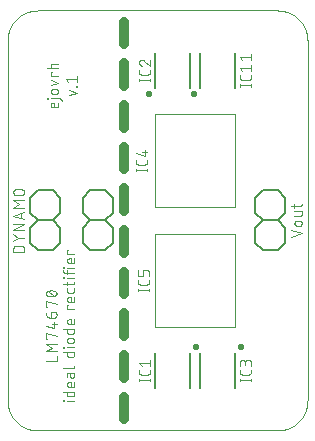
<source format=gto>
G04 EAGLE Gerber X2 export*
%TF.Part,Single*%
%TF.FileFunction,Other,Silk top*%
%TF.FilePolarity,Positive*%
%TF.GenerationSoftware,Autodesk,EAGLE,9.0.0*%
%TF.CreationDate,2018-05-03T06:03:55Z*%
G75*
%MOMM*%
%FSLAX35Y35*%
%LPD*%
%AMOC8*
5,1,8,0,0,1.08239X$1,22.5*%
G01*
%ADD10C,0.000000*%
%ADD11C,0.076200*%
%ADD12C,0.812800*%
%ADD13C,0.127000*%
%ADD14C,0.300000*%
%ADD15C,0.100000*%
%ADD16C,0.152400*%


D10*
X349250Y3651250D02*
X2381250Y3651250D01*
X2635250Y3397250D02*
X2635250Y349250D01*
X2381250Y95250D02*
X349250Y95250D01*
X95250Y349250D02*
X95250Y3397250D01*
X95324Y3403388D01*
X95547Y3409522D01*
X95917Y3415648D01*
X96436Y3421765D01*
X97102Y3427866D01*
X97915Y3433950D01*
X98876Y3440013D01*
X99982Y3446050D01*
X101234Y3452059D01*
X102631Y3458036D01*
X104172Y3463978D01*
X105856Y3469880D01*
X107682Y3475740D01*
X109649Y3481555D01*
X111756Y3487320D01*
X114002Y3493032D01*
X116385Y3498689D01*
X118904Y3504286D01*
X121558Y3509821D01*
X124344Y3515290D01*
X127262Y3520690D01*
X130310Y3526018D01*
X133485Y3531271D01*
X136787Y3536445D01*
X140212Y3541538D01*
X143760Y3546547D01*
X147427Y3551469D01*
X151213Y3556301D01*
X155114Y3561040D01*
X159128Y3565683D01*
X163254Y3570228D01*
X167488Y3574672D01*
X171828Y3579012D01*
X176272Y3583246D01*
X180817Y3587372D01*
X185460Y3591386D01*
X190199Y3595287D01*
X195031Y3599073D01*
X199953Y3602740D01*
X204962Y3606288D01*
X210055Y3609713D01*
X215229Y3613015D01*
X220482Y3616190D01*
X225810Y3619238D01*
X231210Y3622156D01*
X236679Y3624942D01*
X242214Y3627596D01*
X247811Y3630115D01*
X253468Y3632498D01*
X259180Y3634744D01*
X264945Y3636851D01*
X270760Y3638818D01*
X276620Y3640644D01*
X282522Y3642328D01*
X288464Y3643869D01*
X294441Y3645266D01*
X300450Y3646518D01*
X306487Y3647624D01*
X312550Y3648585D01*
X318634Y3649398D01*
X324735Y3650064D01*
X330852Y3650583D01*
X336978Y3650953D01*
X343112Y3651176D01*
X349250Y3651250D01*
X2381250Y3651250D02*
X2387388Y3651176D01*
X2393522Y3650953D01*
X2399648Y3650583D01*
X2405765Y3650064D01*
X2411866Y3649398D01*
X2417950Y3648585D01*
X2424013Y3647624D01*
X2430050Y3646518D01*
X2436059Y3645266D01*
X2442036Y3643869D01*
X2447978Y3642328D01*
X2453880Y3640644D01*
X2459740Y3638818D01*
X2465555Y3636851D01*
X2471320Y3634744D01*
X2477032Y3632498D01*
X2482689Y3630115D01*
X2488286Y3627596D01*
X2493821Y3624942D01*
X2499290Y3622156D01*
X2504690Y3619238D01*
X2510018Y3616190D01*
X2515271Y3613015D01*
X2520445Y3609713D01*
X2525538Y3606288D01*
X2530547Y3602740D01*
X2535469Y3599073D01*
X2540301Y3595287D01*
X2545040Y3591386D01*
X2549683Y3587372D01*
X2554228Y3583246D01*
X2558672Y3579012D01*
X2563012Y3574672D01*
X2567246Y3570228D01*
X2571372Y3565683D01*
X2575386Y3561040D01*
X2579287Y3556301D01*
X2583073Y3551469D01*
X2586740Y3546547D01*
X2590288Y3541538D01*
X2593713Y3536445D01*
X2597015Y3531271D01*
X2600190Y3526018D01*
X2603238Y3520690D01*
X2606156Y3515290D01*
X2608942Y3509821D01*
X2611596Y3504286D01*
X2614115Y3498689D01*
X2616498Y3493032D01*
X2618744Y3487320D01*
X2620851Y3481555D01*
X2622818Y3475740D01*
X2624644Y3469880D01*
X2626328Y3463978D01*
X2627869Y3458036D01*
X2629266Y3452059D01*
X2630518Y3446050D01*
X2631624Y3440013D01*
X2632585Y3433950D01*
X2633398Y3427866D01*
X2634064Y3421765D01*
X2634583Y3415648D01*
X2634953Y3409522D01*
X2635176Y3403388D01*
X2635250Y3397250D01*
X95250Y349250D02*
X95324Y343112D01*
X95547Y336978D01*
X95917Y330852D01*
X96436Y324735D01*
X97102Y318634D01*
X97915Y312550D01*
X98876Y306487D01*
X99982Y300450D01*
X101234Y294441D01*
X102631Y288464D01*
X104172Y282522D01*
X105856Y276620D01*
X107682Y270760D01*
X109649Y264945D01*
X111756Y259180D01*
X114002Y253468D01*
X116385Y247811D01*
X118904Y242214D01*
X121558Y236679D01*
X124344Y231210D01*
X127262Y225810D01*
X130310Y220482D01*
X133485Y215229D01*
X136787Y210055D01*
X140212Y204962D01*
X143760Y199953D01*
X147427Y195031D01*
X151213Y190199D01*
X155114Y185460D01*
X159128Y180817D01*
X163254Y176272D01*
X167488Y171828D01*
X171828Y167488D01*
X176272Y163254D01*
X180817Y159128D01*
X185460Y155114D01*
X190199Y151213D01*
X195031Y147427D01*
X199953Y143760D01*
X204962Y140212D01*
X210055Y136787D01*
X215229Y133485D01*
X220482Y130310D01*
X225810Y127262D01*
X231210Y124344D01*
X236679Y121558D01*
X242214Y118904D01*
X247811Y116385D01*
X253468Y114002D01*
X259180Y111756D01*
X264945Y109649D01*
X270760Y107682D01*
X276620Y105856D01*
X282522Y104172D01*
X288464Y102631D01*
X294441Y101234D01*
X300450Y99982D01*
X306487Y98876D01*
X312550Y97915D01*
X318634Y97102D01*
X324735Y96436D01*
X330852Y95917D01*
X336978Y95547D01*
X343112Y95324D01*
X349250Y95250D01*
X2381250Y95250D02*
X2387388Y95324D01*
X2393522Y95547D01*
X2399648Y95917D01*
X2405765Y96436D01*
X2411866Y97102D01*
X2417950Y97915D01*
X2424013Y98876D01*
X2430050Y99982D01*
X2436059Y101234D01*
X2442036Y102631D01*
X2447978Y104172D01*
X2453880Y105856D01*
X2459740Y107682D01*
X2465555Y109649D01*
X2471320Y111756D01*
X2477032Y114002D01*
X2482689Y116385D01*
X2488286Y118904D01*
X2493821Y121558D01*
X2499290Y124344D01*
X2504690Y127262D01*
X2510018Y130310D01*
X2515271Y133485D01*
X2520445Y136787D01*
X2525538Y140212D01*
X2530547Y143760D01*
X2535469Y147427D01*
X2540301Y151213D01*
X2545040Y155114D01*
X2549683Y159128D01*
X2554228Y163254D01*
X2558672Y167488D01*
X2563012Y171828D01*
X2567246Y176272D01*
X2571372Y180817D01*
X2575386Y185460D01*
X2579287Y190199D01*
X2583073Y195031D01*
X2586740Y199953D01*
X2590288Y204962D01*
X2593713Y210055D01*
X2597015Y215229D01*
X2600190Y220482D01*
X2603238Y225810D01*
X2606156Y231210D01*
X2608942Y236679D01*
X2611596Y242214D01*
X2614115Y247811D01*
X2616498Y253468D01*
X2618744Y259180D01*
X2620851Y264945D01*
X2622818Y270760D01*
X2624644Y276620D01*
X2626328Y282522D01*
X2627869Y288464D01*
X2629266Y294441D01*
X2630518Y300450D01*
X2631624Y306487D01*
X2632585Y312550D01*
X2633398Y318634D01*
X2634064Y324735D01*
X2634583Y330852D01*
X2634953Y336978D01*
X2635176Y343112D01*
X2635250Y349250D01*
D11*
X236690Y1609090D02*
X144310Y1609090D01*
X144310Y1634751D01*
X144317Y1635371D01*
X144340Y1635991D01*
X144377Y1636610D01*
X144430Y1637228D01*
X144497Y1637844D01*
X144579Y1638459D01*
X144676Y1639071D01*
X144788Y1639681D01*
X144915Y1640288D01*
X145056Y1640892D01*
X145211Y1641492D01*
X145381Y1642089D01*
X145566Y1642681D01*
X145765Y1643268D01*
X145978Y1643851D01*
X146204Y1644428D01*
X146445Y1644999D01*
X146700Y1645565D01*
X146968Y1646124D01*
X147249Y1646676D01*
X147544Y1647222D01*
X147852Y1647760D01*
X148173Y1648291D01*
X148506Y1648814D01*
X148852Y1649328D01*
X149211Y1649834D01*
X149581Y1650331D01*
X149964Y1650820D01*
X150358Y1651298D01*
X150763Y1651767D01*
X151180Y1652227D01*
X151608Y1652676D01*
X152046Y1653114D01*
X152495Y1653542D01*
X152955Y1653959D01*
X153424Y1654364D01*
X153902Y1654758D01*
X154391Y1655141D01*
X154888Y1655511D01*
X155394Y1655870D01*
X155908Y1656216D01*
X156431Y1656549D01*
X156962Y1656870D01*
X157500Y1657178D01*
X158046Y1657473D01*
X158598Y1657754D01*
X159157Y1658022D01*
X159723Y1658277D01*
X160294Y1658518D01*
X160871Y1658744D01*
X161454Y1658957D01*
X162041Y1659156D01*
X162633Y1659341D01*
X163230Y1659511D01*
X163830Y1659666D01*
X164434Y1659807D01*
X165041Y1659934D01*
X165651Y1660046D01*
X166263Y1660143D01*
X166878Y1660225D01*
X167494Y1660292D01*
X168112Y1660345D01*
X168731Y1660382D01*
X169351Y1660405D01*
X169971Y1660412D01*
X211029Y1660412D01*
X211649Y1660405D01*
X212269Y1660382D01*
X212888Y1660345D01*
X213506Y1660292D01*
X214122Y1660225D01*
X214737Y1660143D01*
X215349Y1660046D01*
X215959Y1659934D01*
X216566Y1659807D01*
X217170Y1659666D01*
X217770Y1659511D01*
X218367Y1659341D01*
X218959Y1659156D01*
X219546Y1658957D01*
X220129Y1658744D01*
X220706Y1658518D01*
X221277Y1658277D01*
X221843Y1658022D01*
X222402Y1657754D01*
X222954Y1657473D01*
X223500Y1657178D01*
X224038Y1656870D01*
X224569Y1656549D01*
X225092Y1656216D01*
X225606Y1655870D01*
X226112Y1655511D01*
X226610Y1655141D01*
X227098Y1654758D01*
X227576Y1654364D01*
X228045Y1653958D01*
X228505Y1653542D01*
X228954Y1653114D01*
X229392Y1652675D01*
X229820Y1652226D01*
X230237Y1651767D01*
X230642Y1651298D01*
X231036Y1650819D01*
X231419Y1650331D01*
X231789Y1649834D01*
X232148Y1649328D01*
X232494Y1648813D01*
X232827Y1648291D01*
X233148Y1647760D01*
X233456Y1647222D01*
X233751Y1646676D01*
X234032Y1646124D01*
X234300Y1645564D01*
X234555Y1644999D01*
X234796Y1644427D01*
X235023Y1643850D01*
X235235Y1643268D01*
X235434Y1642680D01*
X235619Y1642088D01*
X235789Y1641492D01*
X235944Y1640892D01*
X236086Y1640288D01*
X236212Y1639681D01*
X236324Y1639071D01*
X236421Y1638458D01*
X236503Y1637844D01*
X236570Y1637227D01*
X236623Y1636609D01*
X236660Y1635990D01*
X236683Y1635371D01*
X236690Y1634751D01*
X236690Y1609090D01*
X144310Y1696957D02*
X187934Y1727750D01*
X144310Y1758544D01*
X187934Y1727750D02*
X236690Y1727750D01*
X236690Y1795089D02*
X144310Y1795089D01*
X236690Y1846411D01*
X144310Y1846411D01*
X144310Y1913750D02*
X236690Y1882957D01*
X236690Y1944543D02*
X144310Y1913750D01*
X213595Y1936845D02*
X213595Y1890655D01*
X236690Y1981956D02*
X144310Y1981956D01*
X195633Y2012749D01*
X144310Y2043543D01*
X236690Y2043543D01*
X211029Y2086088D02*
X169971Y2086088D01*
X169346Y2086096D01*
X168722Y2086118D01*
X168098Y2086156D01*
X167475Y2086210D01*
X166854Y2086278D01*
X166235Y2086361D01*
X165618Y2086460D01*
X165003Y2086573D01*
X164392Y2086702D01*
X163783Y2086845D01*
X163179Y2087003D01*
X162578Y2087176D01*
X161982Y2087363D01*
X161390Y2087565D01*
X160804Y2087781D01*
X160223Y2088012D01*
X159648Y2088256D01*
X159079Y2088514D01*
X158516Y2088786D01*
X157961Y2089072D01*
X157412Y2089371D01*
X156871Y2089684D01*
X156337Y2090009D01*
X155812Y2090348D01*
X155295Y2090699D01*
X154787Y2091063D01*
X154288Y2091438D01*
X153798Y2091826D01*
X153317Y2092226D01*
X152847Y2092637D01*
X152387Y2093060D01*
X151937Y2093494D01*
X151498Y2093938D01*
X151069Y2094393D01*
X150652Y2094859D01*
X150247Y2095334D01*
X149853Y2095820D01*
X149471Y2096314D01*
X149101Y2096818D01*
X148744Y2097331D01*
X148399Y2097852D01*
X148067Y2098381D01*
X147748Y2098919D01*
X147442Y2099463D01*
X147150Y2100016D01*
X146871Y2100575D01*
X146605Y2101141D01*
X146354Y2101713D01*
X146117Y2102291D01*
X145893Y2102875D01*
X145684Y2103464D01*
X145490Y2104057D01*
X145310Y2104656D01*
X145144Y2105258D01*
X144994Y2105865D01*
X144858Y2106475D01*
X144737Y2107088D01*
X144631Y2107704D01*
X144540Y2108322D01*
X144464Y2108942D01*
X144403Y2109564D01*
X144358Y2110188D01*
X144327Y2110812D01*
X144312Y2111437D01*
X144312Y2112061D01*
X144327Y2112686D01*
X144358Y2113310D01*
X144403Y2113934D01*
X144464Y2114556D01*
X144540Y2115176D01*
X144631Y2115794D01*
X144737Y2116410D01*
X144858Y2117023D01*
X144994Y2117633D01*
X145144Y2118240D01*
X145310Y2118842D01*
X145490Y2119441D01*
X145684Y2120034D01*
X145893Y2120623D01*
X146117Y2121207D01*
X146354Y2121785D01*
X146605Y2122357D01*
X146871Y2122923D01*
X147150Y2123482D01*
X147442Y2124035D01*
X147748Y2124580D01*
X148067Y2125117D01*
X148399Y2125646D01*
X148744Y2126167D01*
X149101Y2126680D01*
X149471Y2127184D01*
X149853Y2127678D01*
X150247Y2128164D01*
X150652Y2128639D01*
X151069Y2129105D01*
X151498Y2129560D01*
X151937Y2130004D01*
X152387Y2130438D01*
X152847Y2130861D01*
X153317Y2131272D01*
X153798Y2131672D01*
X154288Y2132060D01*
X154787Y2132435D01*
X155295Y2132799D01*
X155812Y2133150D01*
X156337Y2133489D01*
X156871Y2133814D01*
X157412Y2134127D01*
X157961Y2134426D01*
X158516Y2134712D01*
X159079Y2134984D01*
X159648Y2135242D01*
X160223Y2135486D01*
X160804Y2135717D01*
X161390Y2135933D01*
X161982Y2136135D01*
X162578Y2136322D01*
X163179Y2136495D01*
X163783Y2136653D01*
X164392Y2136796D01*
X165003Y2136925D01*
X165618Y2137038D01*
X166235Y2137137D01*
X166854Y2137220D01*
X167475Y2137288D01*
X168098Y2137342D01*
X168722Y2137380D01*
X169346Y2137402D01*
X169971Y2137410D01*
X211029Y2137410D01*
X211654Y2137402D01*
X212278Y2137380D01*
X212902Y2137342D01*
X213525Y2137288D01*
X214146Y2137220D01*
X214765Y2137137D01*
X215382Y2137038D01*
X215997Y2136925D01*
X216608Y2136796D01*
X217217Y2136653D01*
X217821Y2136495D01*
X218422Y2136322D01*
X219018Y2136135D01*
X219610Y2135933D01*
X220196Y2135717D01*
X220777Y2135486D01*
X221352Y2135242D01*
X221921Y2134984D01*
X222484Y2134712D01*
X223039Y2134426D01*
X223588Y2134127D01*
X224129Y2133814D01*
X224663Y2133489D01*
X225188Y2133150D01*
X225705Y2132799D01*
X226213Y2132435D01*
X226712Y2132060D01*
X227202Y2131672D01*
X227683Y2131272D01*
X228153Y2130861D01*
X228613Y2130438D01*
X229063Y2130004D01*
X229502Y2129560D01*
X229931Y2129105D01*
X230348Y2128639D01*
X230753Y2128164D01*
X231147Y2127678D01*
X231529Y2127184D01*
X231899Y2126680D01*
X232256Y2126167D01*
X232601Y2125646D01*
X232933Y2125117D01*
X233252Y2124580D01*
X233558Y2124035D01*
X233850Y2123482D01*
X234129Y2122923D01*
X234395Y2122357D01*
X234646Y2121785D01*
X234883Y2121207D01*
X235107Y2120623D01*
X235316Y2120034D01*
X235510Y2119441D01*
X235690Y2118842D01*
X235856Y2118240D01*
X236006Y2117633D01*
X236142Y2117023D01*
X236263Y2116410D01*
X236369Y2115794D01*
X236460Y2115176D01*
X236536Y2114556D01*
X236597Y2113934D01*
X236642Y2113310D01*
X236673Y2112686D01*
X236688Y2112061D01*
X236688Y2111437D01*
X236673Y2110812D01*
X236642Y2110188D01*
X236597Y2109564D01*
X236536Y2108942D01*
X236460Y2108322D01*
X236369Y2107704D01*
X236263Y2107088D01*
X236142Y2106475D01*
X236006Y2105865D01*
X235856Y2105258D01*
X235690Y2104656D01*
X235510Y2104057D01*
X235316Y2103464D01*
X235107Y2102875D01*
X234883Y2102291D01*
X234646Y2101713D01*
X234395Y2101141D01*
X234129Y2100575D01*
X233850Y2100016D01*
X233558Y2099463D01*
X233252Y2098919D01*
X232933Y2098381D01*
X232601Y2097852D01*
X232256Y2097331D01*
X231899Y2096818D01*
X231529Y2096314D01*
X231147Y2095820D01*
X230753Y2095334D01*
X230348Y2094859D01*
X229931Y2094393D01*
X229502Y2093938D01*
X229063Y2093494D01*
X228613Y2093060D01*
X228153Y2092637D01*
X227683Y2092226D01*
X227202Y2091826D01*
X226712Y2091438D01*
X226213Y2091063D01*
X225705Y2090699D01*
X225188Y2090348D01*
X224663Y2090009D01*
X224129Y2089684D01*
X223588Y2089371D01*
X223039Y2089072D01*
X222484Y2088786D01*
X221921Y2088514D01*
X221352Y2088256D01*
X220777Y2088012D01*
X220196Y2087781D01*
X219610Y2087565D01*
X219018Y2087363D01*
X218422Y2087176D01*
X217821Y2087003D01*
X217217Y2086845D01*
X216608Y2086702D01*
X215997Y2086573D01*
X215382Y2086460D01*
X214765Y2086361D01*
X214146Y2086278D01*
X213525Y2086210D01*
X212902Y2086156D01*
X212278Y2086118D01*
X211654Y2086096D01*
X211029Y2086088D01*
X2493810Y1733510D02*
X2586190Y1764303D01*
X2493810Y1795097D01*
X2545133Y1827775D02*
X2565661Y1827775D01*
X2545133Y1827774D02*
X2544633Y1827780D01*
X2544133Y1827798D01*
X2543634Y1827829D01*
X2543136Y1827871D01*
X2542639Y1827926D01*
X2542144Y1827993D01*
X2541650Y1828072D01*
X2541159Y1828162D01*
X2540669Y1828265D01*
X2540183Y1828380D01*
X2539699Y1828506D01*
X2539219Y1828644D01*
X2538742Y1828794D01*
X2538268Y1828956D01*
X2537799Y1829129D01*
X2537335Y1829313D01*
X2536875Y1829508D01*
X2536419Y1829715D01*
X2535969Y1829933D01*
X2535525Y1830161D01*
X2535086Y1830401D01*
X2534653Y1830651D01*
X2534226Y1830911D01*
X2533806Y1831182D01*
X2533392Y1831463D01*
X2532986Y1831754D01*
X2532586Y1832054D01*
X2532194Y1832365D01*
X2531810Y1832685D01*
X2531434Y1833014D01*
X2531065Y1833352D01*
X2530705Y1833699D01*
X2530354Y1834054D01*
X2530012Y1834418D01*
X2529678Y1834791D01*
X2529353Y1835171D01*
X2529038Y1835559D01*
X2528733Y1835955D01*
X2528437Y1836358D01*
X2528151Y1836768D01*
X2527875Y1837185D01*
X2527610Y1837609D01*
X2527354Y1838039D01*
X2527110Y1838474D01*
X2526876Y1838916D01*
X2526653Y1839364D01*
X2526440Y1839816D01*
X2526239Y1840274D01*
X2526049Y1840736D01*
X2525871Y1841203D01*
X2525704Y1841675D01*
X2525548Y1842150D01*
X2525404Y1842628D01*
X2525272Y1843111D01*
X2525151Y1843596D01*
X2525042Y1844084D01*
X2524945Y1844574D01*
X2524861Y1845067D01*
X2524788Y1845561D01*
X2524727Y1846058D01*
X2524679Y1846555D01*
X2524642Y1847054D01*
X2524618Y1847553D01*
X2524606Y1848053D01*
X2524606Y1848553D01*
X2524618Y1849053D01*
X2524642Y1849552D01*
X2524679Y1850051D01*
X2524727Y1850548D01*
X2524788Y1851045D01*
X2524861Y1851539D01*
X2524945Y1852032D01*
X2525042Y1852522D01*
X2525151Y1853010D01*
X2525272Y1853495D01*
X2525404Y1853978D01*
X2525548Y1854456D01*
X2525704Y1854931D01*
X2525871Y1855403D01*
X2526049Y1855870D01*
X2526239Y1856332D01*
X2526440Y1856790D01*
X2526653Y1857242D01*
X2526876Y1857690D01*
X2527110Y1858132D01*
X2527354Y1858568D01*
X2527610Y1858997D01*
X2527875Y1859421D01*
X2528151Y1859838D01*
X2528437Y1860248D01*
X2528733Y1860651D01*
X2529038Y1861047D01*
X2529353Y1861435D01*
X2529678Y1861815D01*
X2530012Y1862188D01*
X2530354Y1862552D01*
X2530705Y1862907D01*
X2531065Y1863254D01*
X2531434Y1863592D01*
X2531810Y1863921D01*
X2532194Y1864241D01*
X2532586Y1864552D01*
X2532986Y1864852D01*
X2533392Y1865143D01*
X2533806Y1865424D01*
X2534226Y1865695D01*
X2534653Y1865955D01*
X2535086Y1866205D01*
X2535525Y1866445D01*
X2535969Y1866673D01*
X2536419Y1866891D01*
X2536875Y1867098D01*
X2537335Y1867293D01*
X2537799Y1867477D01*
X2538268Y1867650D01*
X2538742Y1867812D01*
X2539219Y1867962D01*
X2539699Y1868100D01*
X2540183Y1868226D01*
X2540669Y1868341D01*
X2541159Y1868444D01*
X2541650Y1868534D01*
X2542144Y1868613D01*
X2542639Y1868680D01*
X2543136Y1868735D01*
X2543634Y1868777D01*
X2544133Y1868808D01*
X2544633Y1868826D01*
X2545133Y1868832D01*
X2565661Y1868832D01*
X2566161Y1868826D01*
X2566661Y1868808D01*
X2567160Y1868777D01*
X2567658Y1868735D01*
X2568155Y1868680D01*
X2568650Y1868613D01*
X2569144Y1868534D01*
X2569635Y1868444D01*
X2570125Y1868341D01*
X2570611Y1868226D01*
X2571095Y1868100D01*
X2571575Y1867962D01*
X2572052Y1867812D01*
X2572526Y1867650D01*
X2572995Y1867477D01*
X2573459Y1867293D01*
X2573919Y1867098D01*
X2574375Y1866891D01*
X2574825Y1866673D01*
X2575269Y1866445D01*
X2575708Y1866205D01*
X2576141Y1865955D01*
X2576568Y1865695D01*
X2576988Y1865424D01*
X2577402Y1865143D01*
X2577808Y1864852D01*
X2578208Y1864552D01*
X2578600Y1864241D01*
X2578984Y1863921D01*
X2579360Y1863592D01*
X2579729Y1863254D01*
X2580089Y1862907D01*
X2580440Y1862552D01*
X2580782Y1862188D01*
X2581116Y1861815D01*
X2581441Y1861435D01*
X2581756Y1861047D01*
X2582061Y1860651D01*
X2582357Y1860248D01*
X2582643Y1859838D01*
X2582919Y1859421D01*
X2583184Y1858997D01*
X2583440Y1858568D01*
X2583684Y1858132D01*
X2583918Y1857690D01*
X2584141Y1857242D01*
X2584354Y1856790D01*
X2584555Y1856332D01*
X2584745Y1855870D01*
X2584923Y1855403D01*
X2585090Y1854931D01*
X2585246Y1854456D01*
X2585390Y1853978D01*
X2585522Y1853495D01*
X2585643Y1853010D01*
X2585752Y1852522D01*
X2585849Y1852032D01*
X2585933Y1851539D01*
X2586006Y1851045D01*
X2586067Y1850548D01*
X2586115Y1850051D01*
X2586152Y1849552D01*
X2586176Y1849053D01*
X2586188Y1848553D01*
X2586188Y1848053D01*
X2586176Y1847553D01*
X2586152Y1847054D01*
X2586115Y1846555D01*
X2586067Y1846058D01*
X2586006Y1845561D01*
X2585933Y1845067D01*
X2585849Y1844574D01*
X2585752Y1844084D01*
X2585643Y1843596D01*
X2585522Y1843111D01*
X2585390Y1842628D01*
X2585246Y1842150D01*
X2585090Y1841675D01*
X2584923Y1841203D01*
X2584745Y1840736D01*
X2584555Y1840274D01*
X2584354Y1839816D01*
X2584141Y1839364D01*
X2583918Y1838916D01*
X2583684Y1838474D01*
X2583440Y1838039D01*
X2583184Y1837609D01*
X2582919Y1837185D01*
X2582643Y1836768D01*
X2582357Y1836358D01*
X2582061Y1835955D01*
X2581756Y1835559D01*
X2581441Y1835171D01*
X2581116Y1834791D01*
X2580782Y1834418D01*
X2580440Y1834054D01*
X2580089Y1833699D01*
X2579729Y1833352D01*
X2579360Y1833014D01*
X2578984Y1832685D01*
X2578600Y1832365D01*
X2578208Y1832054D01*
X2577808Y1831754D01*
X2577402Y1831463D01*
X2576988Y1831182D01*
X2576568Y1830911D01*
X2576141Y1830651D01*
X2575708Y1830401D01*
X2575269Y1830161D01*
X2574825Y1829933D01*
X2574375Y1829715D01*
X2573919Y1829508D01*
X2573459Y1829313D01*
X2572995Y1829129D01*
X2572526Y1828956D01*
X2572052Y1828794D01*
X2571575Y1828644D01*
X2571095Y1828506D01*
X2570611Y1828380D01*
X2570125Y1828265D01*
X2569635Y1828162D01*
X2569144Y1828072D01*
X2568650Y1827993D01*
X2568155Y1827926D01*
X2567658Y1827871D01*
X2567160Y1827829D01*
X2566661Y1827798D01*
X2566161Y1827780D01*
X2565661Y1827774D01*
X2570793Y1908775D02*
X2524603Y1908775D01*
X2570793Y1908775D02*
X2571165Y1908779D01*
X2571537Y1908793D01*
X2571908Y1908815D01*
X2572279Y1908847D01*
X2572649Y1908887D01*
X2573018Y1908937D01*
X2573385Y1908995D01*
X2573751Y1909062D01*
X2574115Y1909138D01*
X2574478Y1909222D01*
X2574838Y1909316D01*
X2575195Y1909418D01*
X2575551Y1909529D01*
X2575903Y1909648D01*
X2576253Y1909776D01*
X2576599Y1909912D01*
X2576942Y1910056D01*
X2577281Y1910209D01*
X2577616Y1910370D01*
X2577948Y1910539D01*
X2578275Y1910715D01*
X2578598Y1910900D01*
X2578917Y1911093D01*
X2579230Y1911293D01*
X2579539Y1911500D01*
X2579843Y1911715D01*
X2580141Y1911938D01*
X2580434Y1912167D01*
X2580721Y1912404D01*
X2581003Y1912647D01*
X2581278Y1912897D01*
X2581547Y1913154D01*
X2581810Y1913417D01*
X2582067Y1913686D01*
X2582317Y1913962D01*
X2582561Y1914243D01*
X2582797Y1914530D01*
X2583026Y1914823D01*
X2583249Y1915122D01*
X2583464Y1915425D01*
X2583671Y1915734D01*
X2583872Y1916048D01*
X2584064Y1916366D01*
X2584249Y1916689D01*
X2584426Y1917016D01*
X2584594Y1917348D01*
X2584755Y1917683D01*
X2584908Y1918023D01*
X2585052Y1918365D01*
X2585189Y1918712D01*
X2585316Y1919061D01*
X2585436Y1919414D01*
X2585546Y1919769D01*
X2585648Y1920127D01*
X2585742Y1920487D01*
X2585826Y1920849D01*
X2585902Y1921213D01*
X2585969Y1921579D01*
X2586027Y1921947D01*
X2586077Y1922316D01*
X2586117Y1922685D01*
X2586149Y1923056D01*
X2586171Y1923427D01*
X2586185Y1923799D01*
X2586189Y1924171D01*
X2586190Y1924171D02*
X2586190Y1949832D01*
X2524603Y1949832D01*
X2524603Y1982197D02*
X2524603Y2012990D01*
X2493810Y1992461D02*
X2570793Y1992461D01*
X2571165Y1992465D01*
X2571537Y1992479D01*
X2571908Y1992501D01*
X2572279Y1992533D01*
X2572649Y1992573D01*
X2573018Y1992623D01*
X2573385Y1992681D01*
X2573751Y1992748D01*
X2574115Y1992824D01*
X2574478Y1992908D01*
X2574838Y1993002D01*
X2575195Y1993104D01*
X2575551Y1993215D01*
X2575903Y1993334D01*
X2576253Y1993462D01*
X2576599Y1993598D01*
X2576942Y1993742D01*
X2577281Y1993895D01*
X2577616Y1994056D01*
X2577948Y1994225D01*
X2578275Y1994401D01*
X2578598Y1994586D01*
X2578917Y1994779D01*
X2579230Y1994979D01*
X2579539Y1995186D01*
X2579843Y1995401D01*
X2580141Y1995624D01*
X2580434Y1995853D01*
X2580721Y1996090D01*
X2581003Y1996333D01*
X2581278Y1996583D01*
X2581547Y1996840D01*
X2581810Y1997103D01*
X2582067Y1997372D01*
X2582317Y1997648D01*
X2582561Y1997929D01*
X2582797Y1998216D01*
X2583026Y1998509D01*
X2583249Y1998808D01*
X2583464Y1999111D01*
X2583671Y1999420D01*
X2583872Y1999734D01*
X2584064Y2000052D01*
X2584249Y2000375D01*
X2584426Y2000702D01*
X2584594Y2001034D01*
X2584755Y2001369D01*
X2584908Y2001709D01*
X2585052Y2002051D01*
X2585189Y2002398D01*
X2585316Y2002747D01*
X2585436Y2003100D01*
X2585546Y2003455D01*
X2585648Y2003813D01*
X2585742Y2004173D01*
X2585826Y2004535D01*
X2585902Y2004899D01*
X2585969Y2005265D01*
X2586027Y2005633D01*
X2586077Y2006002D01*
X2586117Y2006371D01*
X2586149Y2006742D01*
X2586171Y2007113D01*
X2586185Y2007485D01*
X2586189Y2007857D01*
X2586190Y2007858D02*
X2586190Y2012990D01*
X510940Y687177D02*
X418560Y687177D01*
X510940Y687177D02*
X510940Y728234D01*
X510940Y765870D02*
X418560Y765870D01*
X469883Y796663D01*
X418560Y827457D01*
X510940Y827457D01*
X428825Y870002D02*
X418560Y870002D01*
X418560Y921324D01*
X510940Y895663D01*
X490411Y960002D02*
X418560Y980531D01*
X490411Y960002D02*
X490411Y1011324D01*
X469883Y995927D02*
X510940Y995927D01*
X459618Y1050002D02*
X459618Y1080795D01*
X459624Y1081291D01*
X459642Y1081787D01*
X459672Y1082282D01*
X459714Y1082776D01*
X459768Y1083270D01*
X459833Y1083761D01*
X459911Y1084251D01*
X460000Y1084739D01*
X460102Y1085225D01*
X460215Y1085708D01*
X460339Y1086188D01*
X460475Y1086665D01*
X460623Y1087139D01*
X460782Y1087609D01*
X460952Y1088075D01*
X461134Y1088536D01*
X461326Y1088994D01*
X461530Y1089446D01*
X461744Y1089893D01*
X461970Y1090335D01*
X462205Y1090772D01*
X462452Y1091202D01*
X462708Y1091627D01*
X462975Y1092045D01*
X463252Y1092457D01*
X463539Y1092862D01*
X463835Y1093260D01*
X464141Y1093650D01*
X464456Y1094033D01*
X464781Y1094408D01*
X465114Y1094776D01*
X465457Y1095135D01*
X465807Y1095486D01*
X466167Y1095828D01*
X466534Y1096161D01*
X466909Y1096486D01*
X467292Y1096801D01*
X467683Y1097107D01*
X468081Y1097403D01*
X468485Y1097690D01*
X468897Y1097967D01*
X469315Y1098234D01*
X469740Y1098490D01*
X470170Y1098737D01*
X470607Y1098973D01*
X471049Y1099198D01*
X471496Y1099412D01*
X471949Y1099616D01*
X472406Y1099809D01*
X472868Y1099990D01*
X473333Y1100160D01*
X473803Y1100319D01*
X474277Y1100467D01*
X474754Y1100603D01*
X475234Y1100728D01*
X475717Y1100840D01*
X476203Y1100942D01*
X476691Y1101031D01*
X477181Y1101109D01*
X477673Y1101174D01*
X478166Y1101228D01*
X478660Y1101270D01*
X479155Y1101300D01*
X479651Y1101318D01*
X480147Y1101324D01*
X485279Y1101324D01*
X485904Y1101316D01*
X486528Y1101294D01*
X487152Y1101256D01*
X487775Y1101202D01*
X488396Y1101134D01*
X489015Y1101051D01*
X489632Y1100952D01*
X490247Y1100839D01*
X490858Y1100710D01*
X491467Y1100567D01*
X492071Y1100409D01*
X492672Y1100236D01*
X493268Y1100049D01*
X493860Y1099847D01*
X494446Y1099631D01*
X495027Y1099400D01*
X495602Y1099156D01*
X496171Y1098898D01*
X496734Y1098626D01*
X497289Y1098340D01*
X497838Y1098041D01*
X498379Y1097728D01*
X498913Y1097403D01*
X499438Y1097064D01*
X499955Y1096713D01*
X500463Y1096349D01*
X500962Y1095974D01*
X501452Y1095586D01*
X501933Y1095186D01*
X502403Y1094775D01*
X502863Y1094352D01*
X503313Y1093918D01*
X503752Y1093474D01*
X504181Y1093019D01*
X504598Y1092553D01*
X505003Y1092078D01*
X505397Y1091592D01*
X505779Y1091098D01*
X506149Y1090594D01*
X506506Y1090081D01*
X506851Y1089560D01*
X507183Y1089031D01*
X507502Y1088494D01*
X507808Y1087949D01*
X508100Y1087396D01*
X508379Y1086837D01*
X508645Y1086271D01*
X508896Y1085699D01*
X509133Y1085121D01*
X509357Y1084537D01*
X509566Y1083948D01*
X509760Y1083355D01*
X509940Y1082756D01*
X510106Y1082154D01*
X510256Y1081547D01*
X510392Y1080937D01*
X510513Y1080324D01*
X510619Y1079708D01*
X510710Y1079090D01*
X510786Y1078470D01*
X510847Y1077848D01*
X510892Y1077224D01*
X510923Y1076600D01*
X510938Y1075975D01*
X510938Y1075351D01*
X510923Y1074726D01*
X510892Y1074102D01*
X510847Y1073478D01*
X510786Y1072856D01*
X510710Y1072236D01*
X510619Y1071618D01*
X510513Y1071002D01*
X510392Y1070389D01*
X510256Y1069779D01*
X510106Y1069172D01*
X509940Y1068570D01*
X509760Y1067971D01*
X509566Y1067378D01*
X509357Y1066789D01*
X509133Y1066205D01*
X508896Y1065627D01*
X508645Y1065055D01*
X508379Y1064489D01*
X508100Y1063930D01*
X507808Y1063377D01*
X507502Y1062833D01*
X507183Y1062295D01*
X506851Y1061766D01*
X506506Y1061245D01*
X506149Y1060732D01*
X505779Y1060228D01*
X505397Y1059734D01*
X505003Y1059248D01*
X504598Y1058773D01*
X504181Y1058307D01*
X503752Y1057852D01*
X503313Y1057408D01*
X502863Y1056974D01*
X502403Y1056551D01*
X501933Y1056140D01*
X501452Y1055740D01*
X500962Y1055352D01*
X500463Y1054977D01*
X499955Y1054613D01*
X499438Y1054262D01*
X498913Y1053923D01*
X498379Y1053598D01*
X497838Y1053285D01*
X497289Y1052986D01*
X496734Y1052700D01*
X496171Y1052428D01*
X495602Y1052170D01*
X495027Y1051926D01*
X494446Y1051695D01*
X493860Y1051479D01*
X493268Y1051277D01*
X492672Y1051090D01*
X492071Y1050917D01*
X491467Y1050759D01*
X490858Y1050616D01*
X490247Y1050487D01*
X489632Y1050374D01*
X489015Y1050275D01*
X488396Y1050192D01*
X487775Y1050124D01*
X487152Y1050070D01*
X486528Y1050032D01*
X485904Y1050010D01*
X485279Y1050002D01*
X459618Y1050002D01*
X458610Y1050014D01*
X457603Y1050051D01*
X456598Y1050113D01*
X455594Y1050200D01*
X454592Y1050311D01*
X453594Y1050446D01*
X452599Y1050606D01*
X451608Y1050791D01*
X450622Y1051000D01*
X449642Y1051232D01*
X448667Y1051489D01*
X447700Y1051770D01*
X446739Y1052074D01*
X445786Y1052402D01*
X444842Y1052753D01*
X443906Y1053127D01*
X442980Y1053524D01*
X442064Y1053944D01*
X441158Y1054386D01*
X440264Y1054850D01*
X439381Y1055336D01*
X438510Y1055843D01*
X437652Y1056372D01*
X436808Y1056921D01*
X435977Y1057491D01*
X435160Y1058082D01*
X434358Y1058692D01*
X433571Y1059322D01*
X432800Y1059970D01*
X432045Y1060638D01*
X431307Y1061324D01*
X430586Y1062027D01*
X429882Y1062749D01*
X429196Y1063487D01*
X428529Y1064242D01*
X427880Y1065013D01*
X427250Y1065800D01*
X426640Y1066601D01*
X426050Y1067418D01*
X425480Y1068249D01*
X424930Y1069094D01*
X424402Y1069952D01*
X423894Y1070822D01*
X423408Y1071705D01*
X422944Y1072599D01*
X422502Y1073505D01*
X422083Y1074421D01*
X421686Y1075347D01*
X421311Y1076283D01*
X420960Y1077228D01*
X420632Y1078180D01*
X420328Y1079141D01*
X420047Y1080109D01*
X419791Y1081083D01*
X419558Y1082064D01*
X419349Y1083049D01*
X419165Y1084040D01*
X419004Y1085035D01*
X418869Y1086033D01*
X418758Y1087035D01*
X418671Y1088039D01*
X418609Y1089045D01*
X418572Y1090052D01*
X418560Y1091059D01*
X418560Y1140001D02*
X428825Y1140001D01*
X418560Y1140001D02*
X418560Y1191323D01*
X510940Y1165662D01*
X464750Y1230001D02*
X462933Y1230023D01*
X461117Y1230088D01*
X459302Y1230196D01*
X457491Y1230348D01*
X455684Y1230543D01*
X453883Y1230781D01*
X452087Y1231062D01*
X450299Y1231385D01*
X448519Y1231751D01*
X446748Y1232160D01*
X444987Y1232611D01*
X443238Y1233104D01*
X441501Y1233638D01*
X439777Y1234214D01*
X438067Y1234830D01*
X436373Y1235487D01*
X434695Y1236185D01*
X433034Y1236922D01*
X431391Y1237699D01*
X431390Y1237699D02*
X430955Y1237855D01*
X430524Y1238020D01*
X430097Y1238196D01*
X429675Y1238383D01*
X429257Y1238579D01*
X428844Y1238786D01*
X428436Y1239003D01*
X428033Y1239229D01*
X427636Y1239466D01*
X427245Y1239711D01*
X426861Y1239967D01*
X426482Y1240231D01*
X426110Y1240505D01*
X425745Y1240788D01*
X425386Y1241079D01*
X425035Y1241379D01*
X424692Y1241688D01*
X424356Y1242005D01*
X424027Y1242330D01*
X423707Y1242663D01*
X423395Y1243003D01*
X423091Y1243351D01*
X422796Y1243706D01*
X422510Y1244069D01*
X422232Y1244438D01*
X421964Y1244814D01*
X421705Y1245196D01*
X421455Y1245584D01*
X421214Y1245979D01*
X420984Y1246379D01*
X420763Y1246785D01*
X420552Y1247195D01*
X420351Y1247611D01*
X420160Y1248032D01*
X419980Y1248457D01*
X419810Y1248887D01*
X419650Y1249320D01*
X419501Y1249757D01*
X419363Y1250198D01*
X419236Y1250642D01*
X419119Y1251089D01*
X419013Y1251538D01*
X418918Y1251990D01*
X418835Y1252444D01*
X418762Y1252901D01*
X418700Y1253358D01*
X418650Y1253817D01*
X418611Y1254278D01*
X418582Y1254739D01*
X418566Y1255200D01*
X418560Y1255662D01*
X418566Y1256124D01*
X418582Y1256585D01*
X418611Y1257046D01*
X418650Y1257507D01*
X418700Y1257966D01*
X418762Y1258423D01*
X418835Y1258880D01*
X418918Y1259334D01*
X419013Y1259786D01*
X419119Y1260235D01*
X419236Y1260682D01*
X419363Y1261126D01*
X419501Y1261567D01*
X419650Y1262004D01*
X419810Y1262438D01*
X419980Y1262867D01*
X420160Y1263292D01*
X420351Y1263713D01*
X420552Y1264129D01*
X420763Y1264540D01*
X420984Y1264945D01*
X421215Y1265345D01*
X421455Y1265740D01*
X421705Y1266128D01*
X421964Y1266510D01*
X422232Y1266886D01*
X422510Y1267256D01*
X422796Y1267618D01*
X423092Y1267973D01*
X423395Y1268321D01*
X423707Y1268662D01*
X424028Y1268994D01*
X424356Y1269319D01*
X424692Y1269636D01*
X425036Y1269945D01*
X425387Y1270245D01*
X425745Y1270536D01*
X426110Y1270819D01*
X426482Y1271093D01*
X426861Y1271357D01*
X427246Y1271613D01*
X427637Y1271859D01*
X428034Y1272095D01*
X428436Y1272321D01*
X428844Y1272538D01*
X429257Y1272745D01*
X429675Y1272941D01*
X430097Y1273128D01*
X430524Y1273304D01*
X430956Y1273470D01*
X431391Y1273625D01*
X433034Y1274401D01*
X434695Y1275139D01*
X436373Y1275836D01*
X438067Y1276494D01*
X439777Y1277110D01*
X441501Y1277686D01*
X443238Y1278220D01*
X444987Y1278713D01*
X446748Y1279164D01*
X448519Y1279572D01*
X450299Y1279939D01*
X452087Y1280262D01*
X453883Y1280543D01*
X455684Y1280781D01*
X457491Y1280976D01*
X459302Y1281128D01*
X461116Y1281236D01*
X462933Y1281301D01*
X464750Y1281323D01*
X464750Y1230001D02*
X466567Y1230023D01*
X468384Y1230088D01*
X470198Y1230196D01*
X472009Y1230348D01*
X473816Y1230543D01*
X475617Y1230781D01*
X477413Y1231062D01*
X479201Y1231385D01*
X480981Y1231751D01*
X482752Y1232160D01*
X484513Y1232611D01*
X486262Y1233104D01*
X487999Y1233638D01*
X489723Y1234214D01*
X491433Y1234830D01*
X493127Y1235487D01*
X494805Y1236185D01*
X496467Y1236922D01*
X498110Y1237699D01*
X498545Y1237854D01*
X498976Y1238019D01*
X499403Y1238196D01*
X499825Y1238382D01*
X500243Y1238579D01*
X500656Y1238785D01*
X501064Y1239002D01*
X501467Y1239229D01*
X501863Y1239465D01*
X502254Y1239711D01*
X502639Y1239966D01*
X503018Y1240231D01*
X503390Y1240505D01*
X503755Y1240787D01*
X504113Y1241079D01*
X504465Y1241379D01*
X504808Y1241688D01*
X505144Y1242004D01*
X505473Y1242329D01*
X505793Y1242662D01*
X506105Y1243003D01*
X506409Y1243351D01*
X506704Y1243706D01*
X506990Y1244068D01*
X507268Y1244437D01*
X507536Y1244813D01*
X507795Y1245196D01*
X508045Y1245584D01*
X508286Y1245978D01*
X508516Y1246379D01*
X508737Y1246784D01*
X508948Y1247195D01*
X509149Y1247611D01*
X509340Y1248032D01*
X509520Y1248457D01*
X509690Y1248886D01*
X509850Y1249320D01*
X509999Y1249757D01*
X510137Y1250198D01*
X510264Y1250642D01*
X510381Y1251089D01*
X510487Y1251538D01*
X510582Y1251990D01*
X510665Y1252444D01*
X510738Y1252900D01*
X510800Y1253358D01*
X510850Y1253817D01*
X510889Y1254278D01*
X510918Y1254739D01*
X510934Y1255200D01*
X510940Y1255662D01*
X498110Y1273625D02*
X496467Y1274402D01*
X494806Y1275140D01*
X493128Y1275837D01*
X491433Y1276495D01*
X489723Y1277111D01*
X488000Y1277687D01*
X486263Y1278221D01*
X484513Y1278714D01*
X482753Y1279165D01*
X480982Y1279573D01*
X479202Y1279940D01*
X477413Y1280263D01*
X475618Y1280544D01*
X473816Y1280782D01*
X472009Y1280977D01*
X470198Y1281129D01*
X468384Y1281237D01*
X466567Y1281302D01*
X464750Y1281324D01*
X498110Y1273624D02*
X498545Y1273469D01*
X498976Y1273304D01*
X499403Y1273128D01*
X499826Y1272941D01*
X500244Y1272745D01*
X500657Y1272538D01*
X501064Y1272321D01*
X501467Y1272095D01*
X501864Y1271858D01*
X502255Y1271612D01*
X502640Y1271357D01*
X503018Y1271092D01*
X503390Y1270819D01*
X503755Y1270536D01*
X504114Y1270245D01*
X504465Y1269944D01*
X504808Y1269636D01*
X505144Y1269319D01*
X505473Y1268994D01*
X505793Y1268661D01*
X506105Y1268321D01*
X506409Y1267973D01*
X506704Y1267618D01*
X506990Y1267255D01*
X507268Y1266886D01*
X507536Y1266510D01*
X507795Y1266128D01*
X508045Y1265740D01*
X508286Y1265345D01*
X508516Y1264945D01*
X508737Y1264539D01*
X508948Y1264129D01*
X509149Y1263713D01*
X509340Y1263292D01*
X509520Y1262867D01*
X509690Y1262437D01*
X509850Y1262004D01*
X509999Y1261567D01*
X510137Y1261126D01*
X510264Y1260682D01*
X510381Y1260235D01*
X510487Y1259786D01*
X510582Y1259334D01*
X510665Y1258880D01*
X510738Y1258423D01*
X510800Y1257966D01*
X510850Y1257507D01*
X510889Y1257046D01*
X510918Y1256585D01*
X510934Y1256124D01*
X510940Y1255662D01*
X490411Y1235133D02*
X439089Y1276191D01*
X599353Y347148D02*
X660940Y347148D01*
X573693Y344582D02*
X568560Y344582D01*
X568560Y349714D01*
X573693Y349714D01*
X573693Y344582D01*
X568560Y424223D02*
X660940Y424223D01*
X660940Y398563D01*
X660935Y398185D01*
X660921Y397808D01*
X660898Y397430D01*
X660866Y397054D01*
X660824Y396678D01*
X660773Y396304D01*
X660713Y395931D01*
X660644Y395559D01*
X660566Y395190D01*
X660479Y394822D01*
X660382Y394456D01*
X660277Y394094D01*
X660163Y393733D01*
X660040Y393376D01*
X659908Y393022D01*
X659768Y392671D01*
X659619Y392324D01*
X659462Y391980D01*
X659296Y391640D01*
X659122Y391305D01*
X658940Y390974D01*
X658750Y390647D01*
X658551Y390326D01*
X658345Y390009D01*
X658131Y389697D01*
X657910Y389391D01*
X657681Y389090D01*
X657445Y388795D01*
X657202Y388506D01*
X656952Y388223D01*
X656694Y387946D01*
X656430Y387676D01*
X656160Y387412D01*
X655883Y387155D01*
X655600Y386904D01*
X655311Y386661D01*
X655016Y386425D01*
X654715Y386196D01*
X654409Y385975D01*
X654097Y385761D01*
X653781Y385555D01*
X653459Y385357D01*
X653132Y385166D01*
X652801Y384984D01*
X652466Y384810D01*
X652126Y384644D01*
X651783Y384487D01*
X651435Y384338D01*
X651085Y384198D01*
X650730Y384066D01*
X650373Y383943D01*
X650013Y383829D01*
X649650Y383724D01*
X649284Y383627D01*
X648917Y383540D01*
X648547Y383462D01*
X648176Y383393D01*
X647802Y383333D01*
X647428Y383282D01*
X647052Y383240D01*
X646676Y383208D01*
X646299Y383185D01*
X645921Y383171D01*
X645543Y383166D01*
X614750Y383166D01*
X614378Y383170D01*
X614006Y383184D01*
X613635Y383206D01*
X613264Y383238D01*
X612894Y383278D01*
X612525Y383328D01*
X612158Y383386D01*
X611792Y383453D01*
X611428Y383529D01*
X611065Y383613D01*
X610705Y383707D01*
X610347Y383809D01*
X609992Y383920D01*
X609640Y384039D01*
X609290Y384167D01*
X608944Y384303D01*
X608601Y384447D01*
X608262Y384600D01*
X607926Y384761D01*
X607595Y384930D01*
X607267Y385107D01*
X606944Y385291D01*
X606626Y385484D01*
X606312Y385684D01*
X606004Y385892D01*
X605700Y386107D01*
X605402Y386329D01*
X605109Y386558D01*
X604821Y386795D01*
X604540Y387038D01*
X604264Y387288D01*
X603995Y387545D01*
X603732Y387808D01*
X603475Y388077D01*
X603225Y388353D01*
X602982Y388634D01*
X602745Y388922D01*
X602516Y389215D01*
X602294Y389513D01*
X602079Y389817D01*
X601871Y390125D01*
X601671Y390439D01*
X601478Y390757D01*
X601294Y391080D01*
X601117Y391408D01*
X600948Y391739D01*
X600787Y392075D01*
X600634Y392414D01*
X600490Y392757D01*
X600354Y393103D01*
X600226Y393453D01*
X600107Y393805D01*
X599996Y394160D01*
X599894Y394518D01*
X599800Y394878D01*
X599716Y395241D01*
X599640Y395605D01*
X599573Y395971D01*
X599515Y396338D01*
X599465Y396707D01*
X599425Y397077D01*
X599393Y397448D01*
X599371Y397819D01*
X599357Y398191D01*
X599353Y398563D01*
X599353Y424223D01*
X660940Y480015D02*
X660940Y505676D01*
X660940Y480015D02*
X660935Y479637D01*
X660921Y479260D01*
X660898Y478882D01*
X660866Y478506D01*
X660824Y478130D01*
X660773Y477756D01*
X660713Y477383D01*
X660644Y477011D01*
X660566Y476642D01*
X660479Y476274D01*
X660382Y475908D01*
X660277Y475546D01*
X660163Y475185D01*
X660040Y474828D01*
X659908Y474474D01*
X659768Y474123D01*
X659619Y473776D01*
X659462Y473432D01*
X659296Y473092D01*
X659122Y472757D01*
X658940Y472426D01*
X658750Y472099D01*
X658551Y471778D01*
X658345Y471461D01*
X658131Y471149D01*
X657910Y470843D01*
X657681Y470542D01*
X657445Y470247D01*
X657202Y469958D01*
X656952Y469675D01*
X656694Y469398D01*
X656430Y469128D01*
X656160Y468864D01*
X655883Y468607D01*
X655600Y468356D01*
X655311Y468113D01*
X655016Y467877D01*
X654715Y467648D01*
X654409Y467427D01*
X654097Y467213D01*
X653781Y467007D01*
X653459Y466809D01*
X653132Y466618D01*
X652801Y466436D01*
X652466Y466262D01*
X652126Y466096D01*
X651783Y465939D01*
X651435Y465790D01*
X651085Y465650D01*
X650730Y465518D01*
X650373Y465395D01*
X650013Y465281D01*
X649650Y465176D01*
X649284Y465079D01*
X648917Y464992D01*
X648547Y464914D01*
X648176Y464845D01*
X647802Y464785D01*
X647428Y464734D01*
X647052Y464692D01*
X646676Y464660D01*
X646299Y464637D01*
X645921Y464623D01*
X645543Y464618D01*
X619883Y464618D01*
X619383Y464624D01*
X618883Y464642D01*
X618384Y464673D01*
X617886Y464715D01*
X617389Y464770D01*
X616894Y464837D01*
X616400Y464916D01*
X615909Y465006D01*
X615419Y465109D01*
X614933Y465224D01*
X614449Y465350D01*
X613969Y465488D01*
X613492Y465638D01*
X613018Y465800D01*
X612549Y465973D01*
X612085Y466157D01*
X611625Y466352D01*
X611169Y466559D01*
X610719Y466777D01*
X610275Y467005D01*
X609836Y467245D01*
X609403Y467495D01*
X608976Y467755D01*
X608556Y468026D01*
X608142Y468307D01*
X607736Y468598D01*
X607336Y468898D01*
X606944Y469209D01*
X606560Y469529D01*
X606184Y469858D01*
X605815Y470196D01*
X605455Y470543D01*
X605104Y470898D01*
X604762Y471262D01*
X604428Y471635D01*
X604103Y472015D01*
X603788Y472403D01*
X603483Y472799D01*
X603187Y473202D01*
X602901Y473612D01*
X602625Y474029D01*
X602360Y474453D01*
X602104Y474882D01*
X601860Y475318D01*
X601626Y475760D01*
X601403Y476208D01*
X601190Y476660D01*
X600989Y477118D01*
X600799Y477580D01*
X600621Y478047D01*
X600454Y478519D01*
X600298Y478994D01*
X600154Y479472D01*
X600022Y479955D01*
X599901Y480440D01*
X599792Y480928D01*
X599695Y481418D01*
X599611Y481911D01*
X599538Y482405D01*
X599477Y482902D01*
X599429Y483399D01*
X599392Y483898D01*
X599368Y484397D01*
X599356Y484897D01*
X599356Y485397D01*
X599368Y485897D01*
X599392Y486396D01*
X599429Y486895D01*
X599477Y487392D01*
X599538Y487889D01*
X599611Y488383D01*
X599695Y488876D01*
X599792Y489366D01*
X599901Y489854D01*
X600022Y490339D01*
X600154Y490822D01*
X600298Y491300D01*
X600454Y491775D01*
X600621Y492247D01*
X600799Y492714D01*
X600989Y493176D01*
X601190Y493634D01*
X601403Y494086D01*
X601626Y494534D01*
X601860Y494976D01*
X602104Y495412D01*
X602360Y495841D01*
X602625Y496265D01*
X602901Y496682D01*
X603187Y497092D01*
X603483Y497495D01*
X603788Y497891D01*
X604103Y498279D01*
X604428Y498659D01*
X604762Y499032D01*
X605104Y499396D01*
X605455Y499751D01*
X605815Y500098D01*
X606184Y500436D01*
X606560Y500765D01*
X606944Y501085D01*
X607336Y501396D01*
X607736Y501696D01*
X608142Y501987D01*
X608556Y502268D01*
X608976Y502539D01*
X609403Y502799D01*
X609836Y503049D01*
X610275Y503289D01*
X610719Y503517D01*
X611169Y503735D01*
X611625Y503942D01*
X612085Y504137D01*
X612549Y504321D01*
X613018Y504494D01*
X613492Y504656D01*
X613969Y504806D01*
X614449Y504944D01*
X614933Y505070D01*
X615419Y505185D01*
X615909Y505288D01*
X616400Y505378D01*
X616894Y505457D01*
X617389Y505524D01*
X617886Y505579D01*
X618384Y505621D01*
X618883Y505652D01*
X619383Y505670D01*
X619883Y505676D01*
X630147Y505676D01*
X630147Y464618D01*
X625015Y560128D02*
X625015Y583223D01*
X625014Y560128D02*
X625019Y559691D01*
X625035Y559253D01*
X625062Y558817D01*
X625099Y558381D01*
X625147Y557946D01*
X625205Y557513D01*
X625274Y557081D01*
X625354Y556650D01*
X625444Y556222D01*
X625544Y555797D01*
X625655Y555373D01*
X625776Y554953D01*
X625907Y554536D01*
X626048Y554122D01*
X626199Y553711D01*
X626361Y553304D01*
X626532Y552902D01*
X626712Y552503D01*
X626903Y552110D01*
X627103Y551721D01*
X627312Y551337D01*
X627531Y550958D01*
X627759Y550584D01*
X627996Y550217D01*
X628242Y549855D01*
X628496Y549499D01*
X628759Y549149D01*
X629031Y548807D01*
X629311Y548470D01*
X629599Y548141D01*
X629895Y547819D01*
X630198Y547504D01*
X630509Y547196D01*
X630828Y546897D01*
X631154Y546605D01*
X631487Y546321D01*
X631826Y546045D01*
X632172Y545778D01*
X632525Y545519D01*
X632884Y545269D01*
X633249Y545027D01*
X633619Y544795D01*
X633996Y544572D01*
X634377Y544357D01*
X634764Y544153D01*
X635155Y543957D01*
X635551Y543772D01*
X635952Y543596D01*
X636356Y543430D01*
X636765Y543273D01*
X637177Y543127D01*
X637593Y542991D01*
X638012Y542865D01*
X638434Y542749D01*
X638858Y542644D01*
X639285Y542548D01*
X639714Y542464D01*
X640145Y542390D01*
X640578Y542326D01*
X641012Y542273D01*
X641448Y542230D01*
X641884Y542198D01*
X642321Y542177D01*
X642758Y542166D01*
X643196Y542166D01*
X643633Y542177D01*
X644070Y542198D01*
X644506Y542230D01*
X644942Y542273D01*
X645376Y542326D01*
X645809Y542390D01*
X646240Y542464D01*
X646669Y542548D01*
X647096Y542644D01*
X647520Y542749D01*
X647942Y542865D01*
X648361Y542991D01*
X648777Y543127D01*
X649189Y543273D01*
X649598Y543430D01*
X650002Y543596D01*
X650403Y543772D01*
X650799Y543957D01*
X651190Y544153D01*
X651577Y544357D01*
X651959Y544572D01*
X652335Y544795D01*
X652705Y545027D01*
X653070Y545269D01*
X653429Y545519D01*
X653782Y545778D01*
X654128Y546045D01*
X654467Y546321D01*
X654800Y546605D01*
X655126Y546897D01*
X655445Y547196D01*
X655756Y547504D01*
X656059Y547819D01*
X656355Y548141D01*
X656643Y548470D01*
X656923Y548807D01*
X657195Y549149D01*
X657458Y549499D01*
X657712Y549855D01*
X657958Y550217D01*
X658195Y550584D01*
X658423Y550958D01*
X658642Y551337D01*
X658851Y551721D01*
X659051Y552110D01*
X659242Y552503D01*
X659422Y552902D01*
X659593Y553304D01*
X659755Y553711D01*
X659906Y554122D01*
X660047Y554536D01*
X660178Y554953D01*
X660299Y555373D01*
X660410Y555797D01*
X660510Y556222D01*
X660600Y556650D01*
X660680Y557081D01*
X660749Y557513D01*
X660807Y557946D01*
X660855Y558381D01*
X660892Y558817D01*
X660919Y559253D01*
X660935Y559691D01*
X660940Y560128D01*
X660940Y583223D01*
X614750Y583223D01*
X614372Y583218D01*
X613995Y583204D01*
X613617Y583181D01*
X613241Y583149D01*
X612865Y583107D01*
X612491Y583056D01*
X612118Y582996D01*
X611746Y582927D01*
X611377Y582849D01*
X611009Y582762D01*
X610643Y582665D01*
X610281Y582560D01*
X609920Y582446D01*
X609563Y582323D01*
X609209Y582191D01*
X608858Y582051D01*
X608511Y581902D01*
X608167Y581745D01*
X607827Y581579D01*
X607492Y581405D01*
X607161Y581223D01*
X606834Y581033D01*
X606513Y580834D01*
X606196Y580628D01*
X605884Y580414D01*
X605578Y580193D01*
X605277Y579964D01*
X604982Y579728D01*
X604693Y579485D01*
X604410Y579235D01*
X604133Y578977D01*
X603863Y578713D01*
X603599Y578443D01*
X603342Y578166D01*
X603091Y577883D01*
X602848Y577594D01*
X602612Y577299D01*
X602383Y576998D01*
X602162Y576692D01*
X601948Y576380D01*
X601742Y576064D01*
X601544Y575742D01*
X601353Y575415D01*
X601171Y575084D01*
X600997Y574749D01*
X600831Y574409D01*
X600674Y574066D01*
X600525Y573718D01*
X600385Y573368D01*
X600253Y573013D01*
X600130Y572656D01*
X600016Y572296D01*
X599911Y571933D01*
X599814Y571567D01*
X599727Y571200D01*
X599649Y570830D01*
X599580Y570459D01*
X599520Y570085D01*
X599469Y569711D01*
X599427Y569335D01*
X599395Y568959D01*
X599372Y568582D01*
X599358Y568204D01*
X599353Y567826D01*
X599353Y567827D02*
X599353Y547298D01*
X568560Y624839D02*
X645543Y624839D01*
X645915Y624843D01*
X646287Y624857D01*
X646658Y624879D01*
X647029Y624911D01*
X647399Y624951D01*
X647768Y625001D01*
X648135Y625059D01*
X648501Y625126D01*
X648865Y625202D01*
X649228Y625286D01*
X649588Y625380D01*
X649945Y625482D01*
X650301Y625593D01*
X650653Y625712D01*
X651003Y625840D01*
X651349Y625976D01*
X651692Y626120D01*
X652031Y626273D01*
X652366Y626434D01*
X652698Y626603D01*
X653025Y626779D01*
X653348Y626964D01*
X653667Y627157D01*
X653980Y627357D01*
X654289Y627564D01*
X654593Y627779D01*
X654891Y628002D01*
X655184Y628231D01*
X655471Y628468D01*
X655753Y628711D01*
X656028Y628961D01*
X656297Y629218D01*
X656560Y629481D01*
X656817Y629750D01*
X657067Y630026D01*
X657311Y630307D01*
X657547Y630594D01*
X657776Y630887D01*
X657999Y631186D01*
X658214Y631489D01*
X658421Y631798D01*
X658622Y632112D01*
X658814Y632430D01*
X658999Y632753D01*
X659176Y633080D01*
X659344Y633412D01*
X659505Y633747D01*
X659658Y634087D01*
X659802Y634429D01*
X659939Y634776D01*
X660066Y635125D01*
X660186Y635478D01*
X660296Y635833D01*
X660398Y636191D01*
X660492Y636551D01*
X660576Y636913D01*
X660652Y637277D01*
X660719Y637643D01*
X660777Y638011D01*
X660827Y638380D01*
X660867Y638749D01*
X660899Y639120D01*
X660921Y639491D01*
X660935Y639863D01*
X660939Y640235D01*
X660940Y760223D02*
X568560Y760223D01*
X660940Y760223D02*
X660940Y734562D01*
X660935Y734184D01*
X660921Y733807D01*
X660898Y733429D01*
X660866Y733053D01*
X660824Y732677D01*
X660773Y732303D01*
X660713Y731930D01*
X660644Y731558D01*
X660566Y731189D01*
X660479Y730821D01*
X660382Y730455D01*
X660277Y730093D01*
X660163Y729732D01*
X660040Y729375D01*
X659908Y729021D01*
X659768Y728670D01*
X659619Y728323D01*
X659462Y727979D01*
X659296Y727639D01*
X659122Y727304D01*
X658940Y726973D01*
X658750Y726646D01*
X658551Y726325D01*
X658345Y726008D01*
X658131Y725696D01*
X657910Y725390D01*
X657681Y725089D01*
X657445Y724794D01*
X657202Y724505D01*
X656952Y724222D01*
X656694Y723945D01*
X656430Y723675D01*
X656160Y723411D01*
X655883Y723154D01*
X655600Y722903D01*
X655311Y722660D01*
X655016Y722424D01*
X654715Y722195D01*
X654409Y721974D01*
X654097Y721760D01*
X653781Y721554D01*
X653459Y721356D01*
X653132Y721165D01*
X652801Y720983D01*
X652466Y720809D01*
X652126Y720643D01*
X651783Y720486D01*
X651435Y720337D01*
X651085Y720197D01*
X650730Y720065D01*
X650373Y719942D01*
X650013Y719828D01*
X649650Y719723D01*
X649284Y719626D01*
X648917Y719539D01*
X648547Y719461D01*
X648176Y719392D01*
X647802Y719332D01*
X647428Y719281D01*
X647052Y719239D01*
X646676Y719207D01*
X646299Y719184D01*
X645921Y719170D01*
X645543Y719165D01*
X614750Y719165D01*
X614378Y719169D01*
X614006Y719183D01*
X613635Y719205D01*
X613264Y719237D01*
X612894Y719277D01*
X612525Y719327D01*
X612158Y719385D01*
X611792Y719452D01*
X611428Y719528D01*
X611065Y719612D01*
X610705Y719706D01*
X610347Y719808D01*
X609992Y719919D01*
X609640Y720038D01*
X609290Y720166D01*
X608944Y720302D01*
X608601Y720446D01*
X608262Y720599D01*
X607926Y720760D01*
X607595Y720929D01*
X607267Y721106D01*
X606944Y721290D01*
X606626Y721483D01*
X606312Y721683D01*
X606004Y721891D01*
X605700Y722106D01*
X605402Y722328D01*
X605109Y722557D01*
X604821Y722794D01*
X604540Y723037D01*
X604264Y723287D01*
X603995Y723544D01*
X603732Y723807D01*
X603475Y724076D01*
X603225Y724352D01*
X602982Y724633D01*
X602745Y724921D01*
X602516Y725214D01*
X602294Y725512D01*
X602079Y725816D01*
X601871Y726124D01*
X601671Y726438D01*
X601478Y726756D01*
X601294Y727079D01*
X601117Y727407D01*
X600948Y727738D01*
X600787Y728074D01*
X600634Y728413D01*
X600490Y728756D01*
X600354Y729102D01*
X600226Y729452D01*
X600107Y729804D01*
X599996Y730159D01*
X599894Y730517D01*
X599800Y730877D01*
X599716Y731240D01*
X599640Y731604D01*
X599573Y731970D01*
X599515Y732337D01*
X599465Y732706D01*
X599425Y733076D01*
X599393Y733447D01*
X599371Y733818D01*
X599357Y734190D01*
X599353Y734562D01*
X599353Y760223D01*
X599353Y800146D02*
X660940Y800146D01*
X573693Y797580D02*
X568560Y797580D01*
X568560Y802712D01*
X573693Y802712D01*
X573693Y797580D01*
X619883Y836617D02*
X640411Y836617D01*
X619883Y836617D02*
X619383Y836623D01*
X618883Y836641D01*
X618384Y836672D01*
X617886Y836714D01*
X617389Y836769D01*
X616894Y836836D01*
X616400Y836915D01*
X615909Y837005D01*
X615419Y837108D01*
X614933Y837223D01*
X614449Y837349D01*
X613969Y837487D01*
X613492Y837637D01*
X613018Y837799D01*
X612549Y837972D01*
X612085Y838156D01*
X611625Y838351D01*
X611169Y838558D01*
X610719Y838776D01*
X610275Y839004D01*
X609836Y839244D01*
X609403Y839494D01*
X608976Y839754D01*
X608556Y840025D01*
X608142Y840306D01*
X607736Y840597D01*
X607336Y840897D01*
X606944Y841208D01*
X606560Y841528D01*
X606184Y841857D01*
X605815Y842195D01*
X605455Y842542D01*
X605104Y842897D01*
X604762Y843261D01*
X604428Y843634D01*
X604103Y844014D01*
X603788Y844402D01*
X603483Y844798D01*
X603187Y845201D01*
X602901Y845611D01*
X602625Y846028D01*
X602360Y846452D01*
X602104Y846881D01*
X601860Y847317D01*
X601626Y847759D01*
X601403Y848207D01*
X601190Y848659D01*
X600989Y849117D01*
X600799Y849579D01*
X600621Y850046D01*
X600454Y850518D01*
X600298Y850993D01*
X600154Y851471D01*
X600022Y851954D01*
X599901Y852439D01*
X599792Y852927D01*
X599695Y853417D01*
X599611Y853910D01*
X599538Y854404D01*
X599477Y854901D01*
X599429Y855398D01*
X599392Y855897D01*
X599368Y856396D01*
X599356Y856896D01*
X599356Y857396D01*
X599368Y857896D01*
X599392Y858395D01*
X599429Y858894D01*
X599477Y859391D01*
X599538Y859888D01*
X599611Y860382D01*
X599695Y860875D01*
X599792Y861365D01*
X599901Y861853D01*
X600022Y862338D01*
X600154Y862821D01*
X600298Y863299D01*
X600454Y863774D01*
X600621Y864246D01*
X600799Y864713D01*
X600989Y865175D01*
X601190Y865633D01*
X601403Y866085D01*
X601626Y866533D01*
X601860Y866975D01*
X602104Y867411D01*
X602360Y867840D01*
X602625Y868264D01*
X602901Y868681D01*
X603187Y869091D01*
X603483Y869494D01*
X603788Y869890D01*
X604103Y870278D01*
X604428Y870658D01*
X604762Y871031D01*
X605104Y871395D01*
X605455Y871750D01*
X605815Y872097D01*
X606184Y872435D01*
X606560Y872764D01*
X606944Y873084D01*
X607336Y873395D01*
X607736Y873695D01*
X608142Y873986D01*
X608556Y874267D01*
X608976Y874538D01*
X609403Y874798D01*
X609836Y875048D01*
X610275Y875288D01*
X610719Y875516D01*
X611169Y875734D01*
X611625Y875941D01*
X612085Y876136D01*
X612549Y876320D01*
X613018Y876493D01*
X613492Y876655D01*
X613969Y876805D01*
X614449Y876943D01*
X614933Y877069D01*
X615419Y877184D01*
X615909Y877287D01*
X616400Y877377D01*
X616894Y877456D01*
X617389Y877523D01*
X617886Y877578D01*
X618384Y877620D01*
X618883Y877651D01*
X619383Y877669D01*
X619883Y877675D01*
X640411Y877675D01*
X640911Y877669D01*
X641411Y877651D01*
X641910Y877620D01*
X642408Y877578D01*
X642905Y877523D01*
X643400Y877456D01*
X643894Y877377D01*
X644385Y877287D01*
X644875Y877184D01*
X645361Y877069D01*
X645845Y876943D01*
X646325Y876805D01*
X646802Y876655D01*
X647276Y876493D01*
X647745Y876320D01*
X648209Y876136D01*
X648669Y875941D01*
X649125Y875734D01*
X649575Y875516D01*
X650019Y875288D01*
X650458Y875048D01*
X650891Y874798D01*
X651318Y874538D01*
X651738Y874267D01*
X652152Y873986D01*
X652558Y873695D01*
X652958Y873395D01*
X653350Y873084D01*
X653734Y872764D01*
X654110Y872435D01*
X654479Y872097D01*
X654839Y871750D01*
X655190Y871395D01*
X655532Y871031D01*
X655866Y870658D01*
X656191Y870278D01*
X656506Y869890D01*
X656811Y869494D01*
X657107Y869091D01*
X657393Y868681D01*
X657669Y868264D01*
X657934Y867840D01*
X658190Y867411D01*
X658434Y866975D01*
X658668Y866533D01*
X658891Y866085D01*
X659104Y865633D01*
X659305Y865175D01*
X659495Y864713D01*
X659673Y864246D01*
X659840Y863774D01*
X659996Y863299D01*
X660140Y862821D01*
X660272Y862338D01*
X660393Y861853D01*
X660502Y861365D01*
X660599Y860875D01*
X660683Y860382D01*
X660756Y859888D01*
X660817Y859391D01*
X660865Y858894D01*
X660902Y858395D01*
X660926Y857896D01*
X660938Y857396D01*
X660938Y856896D01*
X660926Y856396D01*
X660902Y855897D01*
X660865Y855398D01*
X660817Y854901D01*
X660756Y854404D01*
X660683Y853910D01*
X660599Y853417D01*
X660502Y852927D01*
X660393Y852439D01*
X660272Y851954D01*
X660140Y851471D01*
X659996Y850993D01*
X659840Y850518D01*
X659673Y850046D01*
X659495Y849579D01*
X659305Y849117D01*
X659104Y848659D01*
X658891Y848207D01*
X658668Y847759D01*
X658434Y847317D01*
X658190Y846882D01*
X657934Y846452D01*
X657669Y846028D01*
X657393Y845611D01*
X657107Y845201D01*
X656811Y844798D01*
X656506Y844402D01*
X656191Y844014D01*
X655866Y843634D01*
X655532Y843261D01*
X655190Y842897D01*
X654839Y842542D01*
X654479Y842195D01*
X654110Y841857D01*
X653734Y841528D01*
X653350Y841208D01*
X652958Y840897D01*
X652558Y840597D01*
X652152Y840306D01*
X651738Y840025D01*
X651318Y839754D01*
X650891Y839494D01*
X650458Y839244D01*
X650019Y839004D01*
X649575Y838776D01*
X649125Y838558D01*
X648669Y838351D01*
X648209Y838156D01*
X647745Y837972D01*
X647276Y837799D01*
X646802Y837637D01*
X646325Y837487D01*
X645845Y837349D01*
X645361Y837223D01*
X644875Y837108D01*
X644385Y837005D01*
X643894Y836915D01*
X643400Y836836D01*
X642905Y836769D01*
X642408Y836714D01*
X641910Y836672D01*
X641411Y836641D01*
X640911Y836623D01*
X640411Y836617D01*
X660940Y955222D02*
X568560Y955222D01*
X660940Y955222D02*
X660940Y929561D01*
X660935Y929183D01*
X660921Y928806D01*
X660898Y928428D01*
X660866Y928052D01*
X660824Y927676D01*
X660773Y927302D01*
X660713Y926929D01*
X660644Y926557D01*
X660566Y926188D01*
X660479Y925820D01*
X660382Y925454D01*
X660277Y925092D01*
X660163Y924731D01*
X660040Y924374D01*
X659908Y924020D01*
X659768Y923669D01*
X659619Y923322D01*
X659462Y922978D01*
X659296Y922638D01*
X659122Y922303D01*
X658940Y921972D01*
X658750Y921645D01*
X658551Y921324D01*
X658345Y921007D01*
X658131Y920695D01*
X657910Y920389D01*
X657681Y920088D01*
X657445Y919793D01*
X657202Y919504D01*
X656952Y919221D01*
X656694Y918944D01*
X656430Y918674D01*
X656160Y918410D01*
X655883Y918153D01*
X655600Y917902D01*
X655311Y917659D01*
X655016Y917423D01*
X654715Y917194D01*
X654409Y916973D01*
X654097Y916759D01*
X653781Y916553D01*
X653459Y916355D01*
X653132Y916164D01*
X652801Y915982D01*
X652466Y915808D01*
X652126Y915642D01*
X651783Y915485D01*
X651435Y915336D01*
X651085Y915196D01*
X650730Y915064D01*
X650373Y914941D01*
X650013Y914827D01*
X649650Y914722D01*
X649284Y914625D01*
X648917Y914538D01*
X648547Y914460D01*
X648176Y914391D01*
X647802Y914331D01*
X647428Y914280D01*
X647052Y914238D01*
X646676Y914206D01*
X646299Y914183D01*
X645921Y914169D01*
X645543Y914164D01*
X614750Y914164D01*
X614378Y914168D01*
X614006Y914182D01*
X613635Y914204D01*
X613264Y914236D01*
X612894Y914276D01*
X612525Y914326D01*
X612158Y914384D01*
X611792Y914451D01*
X611428Y914527D01*
X611065Y914611D01*
X610705Y914705D01*
X610347Y914807D01*
X609992Y914918D01*
X609640Y915037D01*
X609290Y915165D01*
X608944Y915301D01*
X608601Y915445D01*
X608262Y915598D01*
X607926Y915759D01*
X607595Y915928D01*
X607267Y916105D01*
X606944Y916289D01*
X606626Y916482D01*
X606312Y916682D01*
X606004Y916890D01*
X605700Y917105D01*
X605402Y917327D01*
X605109Y917556D01*
X604821Y917793D01*
X604540Y918036D01*
X604264Y918286D01*
X603995Y918543D01*
X603732Y918806D01*
X603475Y919075D01*
X603225Y919351D01*
X602982Y919632D01*
X602745Y919920D01*
X602516Y920213D01*
X602294Y920511D01*
X602079Y920815D01*
X601871Y921123D01*
X601671Y921437D01*
X601478Y921755D01*
X601294Y922078D01*
X601117Y922406D01*
X600948Y922737D01*
X600787Y923073D01*
X600634Y923412D01*
X600490Y923755D01*
X600354Y924101D01*
X600226Y924451D01*
X600107Y924803D01*
X599996Y925158D01*
X599894Y925516D01*
X599800Y925876D01*
X599716Y926239D01*
X599640Y926603D01*
X599573Y926969D01*
X599515Y927336D01*
X599465Y927705D01*
X599425Y928075D01*
X599393Y928446D01*
X599371Y928817D01*
X599357Y929189D01*
X599353Y929561D01*
X599353Y955222D01*
X660940Y1011013D02*
X660940Y1036674D01*
X660940Y1011013D02*
X660935Y1010635D01*
X660921Y1010258D01*
X660898Y1009880D01*
X660866Y1009504D01*
X660824Y1009128D01*
X660773Y1008754D01*
X660713Y1008381D01*
X660644Y1008009D01*
X660566Y1007640D01*
X660479Y1007272D01*
X660382Y1006906D01*
X660277Y1006544D01*
X660163Y1006183D01*
X660040Y1005826D01*
X659908Y1005472D01*
X659768Y1005121D01*
X659619Y1004774D01*
X659462Y1004430D01*
X659296Y1004090D01*
X659122Y1003755D01*
X658940Y1003424D01*
X658750Y1003097D01*
X658551Y1002776D01*
X658345Y1002459D01*
X658131Y1002147D01*
X657910Y1001841D01*
X657681Y1001540D01*
X657445Y1001245D01*
X657202Y1000956D01*
X656952Y1000673D01*
X656694Y1000396D01*
X656430Y1000126D01*
X656160Y999862D01*
X655883Y999605D01*
X655600Y999354D01*
X655311Y999111D01*
X655016Y998875D01*
X654715Y998646D01*
X654409Y998425D01*
X654097Y998211D01*
X653781Y998005D01*
X653459Y997807D01*
X653132Y997616D01*
X652801Y997434D01*
X652466Y997260D01*
X652126Y997094D01*
X651783Y996937D01*
X651435Y996788D01*
X651085Y996648D01*
X650730Y996516D01*
X650373Y996393D01*
X650013Y996279D01*
X649650Y996174D01*
X649284Y996077D01*
X648917Y995990D01*
X648547Y995912D01*
X648176Y995843D01*
X647802Y995783D01*
X647428Y995732D01*
X647052Y995690D01*
X646676Y995658D01*
X646299Y995635D01*
X645921Y995621D01*
X645543Y995616D01*
X645543Y995617D02*
X619883Y995617D01*
X619383Y995623D01*
X618883Y995641D01*
X618384Y995672D01*
X617886Y995714D01*
X617389Y995769D01*
X616894Y995836D01*
X616400Y995915D01*
X615909Y996005D01*
X615419Y996108D01*
X614933Y996223D01*
X614449Y996349D01*
X613969Y996487D01*
X613492Y996637D01*
X613018Y996799D01*
X612549Y996972D01*
X612085Y997156D01*
X611625Y997351D01*
X611169Y997558D01*
X610719Y997776D01*
X610275Y998004D01*
X609836Y998244D01*
X609403Y998494D01*
X608976Y998754D01*
X608556Y999025D01*
X608142Y999306D01*
X607736Y999597D01*
X607336Y999897D01*
X606944Y1000208D01*
X606560Y1000528D01*
X606184Y1000857D01*
X605815Y1001195D01*
X605455Y1001542D01*
X605104Y1001897D01*
X604762Y1002261D01*
X604428Y1002634D01*
X604103Y1003014D01*
X603788Y1003402D01*
X603483Y1003798D01*
X603187Y1004201D01*
X602901Y1004611D01*
X602625Y1005028D01*
X602360Y1005452D01*
X602104Y1005881D01*
X601860Y1006317D01*
X601626Y1006759D01*
X601403Y1007207D01*
X601190Y1007659D01*
X600989Y1008117D01*
X600799Y1008579D01*
X600621Y1009046D01*
X600454Y1009518D01*
X600298Y1009993D01*
X600154Y1010471D01*
X600022Y1010954D01*
X599901Y1011439D01*
X599792Y1011927D01*
X599695Y1012417D01*
X599611Y1012910D01*
X599538Y1013404D01*
X599477Y1013901D01*
X599429Y1014398D01*
X599392Y1014897D01*
X599368Y1015396D01*
X599356Y1015896D01*
X599356Y1016396D01*
X599368Y1016896D01*
X599392Y1017395D01*
X599429Y1017894D01*
X599477Y1018391D01*
X599538Y1018888D01*
X599611Y1019382D01*
X599695Y1019875D01*
X599792Y1020365D01*
X599901Y1020853D01*
X600022Y1021338D01*
X600154Y1021821D01*
X600298Y1022299D01*
X600454Y1022774D01*
X600621Y1023246D01*
X600799Y1023713D01*
X600989Y1024175D01*
X601190Y1024633D01*
X601403Y1025085D01*
X601626Y1025533D01*
X601860Y1025975D01*
X602104Y1026411D01*
X602360Y1026840D01*
X602625Y1027264D01*
X602901Y1027681D01*
X603187Y1028091D01*
X603483Y1028494D01*
X603788Y1028890D01*
X604103Y1029278D01*
X604428Y1029658D01*
X604762Y1030031D01*
X605104Y1030395D01*
X605455Y1030750D01*
X605815Y1031097D01*
X606184Y1031435D01*
X606560Y1031764D01*
X606944Y1032084D01*
X607336Y1032395D01*
X607736Y1032695D01*
X608142Y1032986D01*
X608556Y1033267D01*
X608976Y1033538D01*
X609403Y1033798D01*
X609836Y1034048D01*
X610275Y1034288D01*
X610719Y1034516D01*
X611169Y1034734D01*
X611625Y1034941D01*
X612085Y1035136D01*
X612549Y1035320D01*
X613018Y1035493D01*
X613492Y1035655D01*
X613969Y1035805D01*
X614449Y1035943D01*
X614933Y1036069D01*
X615419Y1036184D01*
X615909Y1036287D01*
X616400Y1036377D01*
X616894Y1036456D01*
X617389Y1036523D01*
X617886Y1036578D01*
X618384Y1036620D01*
X618883Y1036651D01*
X619383Y1036669D01*
X619883Y1036675D01*
X619883Y1036674D02*
X630147Y1036674D01*
X630147Y995617D01*
X660940Y1125127D02*
X599353Y1125127D01*
X599353Y1155920D01*
X609618Y1155920D01*
X660940Y1200013D02*
X660940Y1225674D01*
X660940Y1200013D02*
X660935Y1199635D01*
X660921Y1199258D01*
X660898Y1198880D01*
X660866Y1198504D01*
X660824Y1198128D01*
X660773Y1197754D01*
X660713Y1197381D01*
X660644Y1197009D01*
X660566Y1196640D01*
X660479Y1196272D01*
X660382Y1195906D01*
X660277Y1195544D01*
X660163Y1195183D01*
X660040Y1194826D01*
X659908Y1194472D01*
X659768Y1194121D01*
X659619Y1193774D01*
X659462Y1193430D01*
X659296Y1193090D01*
X659122Y1192755D01*
X658940Y1192424D01*
X658750Y1192097D01*
X658551Y1191776D01*
X658345Y1191459D01*
X658131Y1191147D01*
X657910Y1190841D01*
X657681Y1190540D01*
X657445Y1190245D01*
X657202Y1189956D01*
X656952Y1189673D01*
X656694Y1189396D01*
X656430Y1189126D01*
X656160Y1188862D01*
X655883Y1188605D01*
X655600Y1188354D01*
X655311Y1188111D01*
X655016Y1187875D01*
X654715Y1187646D01*
X654409Y1187425D01*
X654097Y1187211D01*
X653781Y1187005D01*
X653459Y1186807D01*
X653132Y1186616D01*
X652801Y1186434D01*
X652466Y1186260D01*
X652126Y1186094D01*
X651783Y1185937D01*
X651435Y1185788D01*
X651085Y1185648D01*
X650730Y1185516D01*
X650373Y1185393D01*
X650013Y1185279D01*
X649650Y1185174D01*
X649284Y1185077D01*
X648917Y1184990D01*
X648547Y1184912D01*
X648176Y1184843D01*
X647802Y1184783D01*
X647428Y1184732D01*
X647052Y1184690D01*
X646676Y1184658D01*
X646299Y1184635D01*
X645921Y1184621D01*
X645543Y1184616D01*
X645543Y1184617D02*
X619883Y1184617D01*
X619883Y1184616D02*
X619383Y1184622D01*
X618883Y1184640D01*
X618384Y1184671D01*
X617886Y1184713D01*
X617389Y1184768D01*
X616894Y1184835D01*
X616400Y1184914D01*
X615909Y1185004D01*
X615419Y1185107D01*
X614933Y1185222D01*
X614449Y1185348D01*
X613969Y1185486D01*
X613492Y1185636D01*
X613018Y1185798D01*
X612549Y1185971D01*
X612085Y1186155D01*
X611625Y1186350D01*
X611169Y1186557D01*
X610719Y1186775D01*
X610275Y1187003D01*
X609836Y1187243D01*
X609403Y1187493D01*
X608976Y1187753D01*
X608556Y1188024D01*
X608142Y1188305D01*
X607736Y1188596D01*
X607336Y1188896D01*
X606944Y1189207D01*
X606560Y1189527D01*
X606184Y1189856D01*
X605815Y1190194D01*
X605455Y1190541D01*
X605104Y1190896D01*
X604762Y1191260D01*
X604428Y1191633D01*
X604103Y1192013D01*
X603788Y1192401D01*
X603483Y1192797D01*
X603187Y1193200D01*
X602901Y1193610D01*
X602625Y1194027D01*
X602360Y1194451D01*
X602104Y1194881D01*
X601860Y1195316D01*
X601626Y1195758D01*
X601403Y1196206D01*
X601190Y1196658D01*
X600989Y1197116D01*
X600799Y1197578D01*
X600621Y1198045D01*
X600454Y1198517D01*
X600298Y1198992D01*
X600154Y1199470D01*
X600022Y1199953D01*
X599901Y1200438D01*
X599792Y1200926D01*
X599695Y1201416D01*
X599611Y1201909D01*
X599538Y1202403D01*
X599477Y1202900D01*
X599429Y1203397D01*
X599392Y1203896D01*
X599368Y1204395D01*
X599356Y1204895D01*
X599356Y1205395D01*
X599368Y1205895D01*
X599392Y1206394D01*
X599429Y1206893D01*
X599477Y1207390D01*
X599538Y1207887D01*
X599611Y1208381D01*
X599695Y1208874D01*
X599792Y1209364D01*
X599901Y1209852D01*
X600022Y1210337D01*
X600154Y1210820D01*
X600298Y1211298D01*
X600454Y1211773D01*
X600621Y1212245D01*
X600799Y1212712D01*
X600989Y1213174D01*
X601190Y1213632D01*
X601403Y1214084D01*
X601626Y1214532D01*
X601860Y1214974D01*
X602104Y1215410D01*
X602360Y1215839D01*
X602625Y1216263D01*
X602901Y1216680D01*
X603187Y1217090D01*
X603483Y1217493D01*
X603788Y1217889D01*
X604103Y1218277D01*
X604428Y1218657D01*
X604762Y1219030D01*
X605104Y1219394D01*
X605455Y1219749D01*
X605815Y1220096D01*
X606184Y1220434D01*
X606560Y1220763D01*
X606944Y1221083D01*
X607336Y1221394D01*
X607736Y1221694D01*
X608142Y1221985D01*
X608556Y1222266D01*
X608976Y1222537D01*
X609403Y1222797D01*
X609836Y1223047D01*
X610275Y1223287D01*
X610719Y1223515D01*
X611169Y1223733D01*
X611625Y1223940D01*
X612085Y1224135D01*
X612549Y1224319D01*
X613018Y1224492D01*
X613492Y1224654D01*
X613969Y1224804D01*
X614449Y1224942D01*
X614933Y1225068D01*
X615419Y1225183D01*
X615909Y1225286D01*
X616400Y1225376D01*
X616894Y1225455D01*
X617389Y1225522D01*
X617886Y1225577D01*
X618384Y1225619D01*
X618883Y1225650D01*
X619383Y1225668D01*
X619883Y1225674D01*
X630147Y1225674D01*
X630147Y1184617D01*
X660940Y1278115D02*
X660940Y1298644D01*
X660940Y1278115D02*
X660935Y1277737D01*
X660921Y1277360D01*
X660898Y1276982D01*
X660866Y1276606D01*
X660824Y1276230D01*
X660773Y1275856D01*
X660713Y1275483D01*
X660644Y1275111D01*
X660566Y1274742D01*
X660479Y1274374D01*
X660382Y1274008D01*
X660277Y1273646D01*
X660163Y1273285D01*
X660040Y1272928D01*
X659908Y1272574D01*
X659768Y1272223D01*
X659619Y1271876D01*
X659462Y1271532D01*
X659296Y1271192D01*
X659122Y1270857D01*
X658940Y1270526D01*
X658750Y1270199D01*
X658551Y1269878D01*
X658345Y1269561D01*
X658131Y1269249D01*
X657910Y1268943D01*
X657681Y1268642D01*
X657445Y1268347D01*
X657202Y1268058D01*
X656952Y1267775D01*
X656694Y1267498D01*
X656430Y1267228D01*
X656160Y1266964D01*
X655883Y1266707D01*
X655600Y1266456D01*
X655311Y1266213D01*
X655016Y1265977D01*
X654715Y1265748D01*
X654409Y1265527D01*
X654097Y1265313D01*
X653781Y1265107D01*
X653459Y1264909D01*
X653132Y1264718D01*
X652801Y1264536D01*
X652466Y1264362D01*
X652126Y1264196D01*
X651783Y1264039D01*
X651435Y1263890D01*
X651085Y1263750D01*
X650730Y1263618D01*
X650373Y1263495D01*
X650013Y1263381D01*
X649650Y1263276D01*
X649284Y1263179D01*
X648917Y1263092D01*
X648547Y1263014D01*
X648176Y1262945D01*
X647802Y1262885D01*
X647428Y1262834D01*
X647052Y1262792D01*
X646676Y1262760D01*
X646299Y1262737D01*
X645921Y1262723D01*
X645543Y1262718D01*
X614750Y1262718D01*
X614378Y1262722D01*
X614006Y1262736D01*
X613635Y1262758D01*
X613264Y1262790D01*
X612894Y1262830D01*
X612525Y1262880D01*
X612158Y1262938D01*
X611792Y1263005D01*
X611428Y1263081D01*
X611065Y1263165D01*
X610705Y1263259D01*
X610347Y1263361D01*
X609992Y1263472D01*
X609640Y1263591D01*
X609290Y1263719D01*
X608944Y1263855D01*
X608601Y1263999D01*
X608262Y1264152D01*
X607926Y1264313D01*
X607595Y1264482D01*
X607267Y1264659D01*
X606944Y1264843D01*
X606626Y1265036D01*
X606312Y1265236D01*
X606004Y1265444D01*
X605700Y1265659D01*
X605402Y1265881D01*
X605109Y1266110D01*
X604821Y1266347D01*
X604540Y1266590D01*
X604264Y1266840D01*
X603995Y1267097D01*
X603732Y1267360D01*
X603475Y1267629D01*
X603225Y1267905D01*
X602982Y1268186D01*
X602745Y1268474D01*
X602516Y1268767D01*
X602294Y1269065D01*
X602079Y1269369D01*
X601871Y1269677D01*
X601671Y1269991D01*
X601478Y1270309D01*
X601294Y1270632D01*
X601117Y1270960D01*
X600948Y1271291D01*
X600787Y1271627D01*
X600634Y1271966D01*
X600490Y1272309D01*
X600354Y1272655D01*
X600226Y1273005D01*
X600107Y1273357D01*
X599996Y1273712D01*
X599894Y1274070D01*
X599800Y1274430D01*
X599716Y1274793D01*
X599640Y1275157D01*
X599573Y1275523D01*
X599515Y1275890D01*
X599465Y1276259D01*
X599425Y1276629D01*
X599393Y1277000D01*
X599371Y1277371D01*
X599357Y1277743D01*
X599353Y1278115D01*
X599353Y1298644D01*
X599353Y1324038D02*
X599353Y1354831D01*
X568560Y1334303D02*
X645543Y1334303D01*
X645915Y1334307D01*
X646287Y1334321D01*
X646658Y1334343D01*
X647029Y1334375D01*
X647399Y1334415D01*
X647768Y1334465D01*
X648135Y1334523D01*
X648501Y1334590D01*
X648865Y1334666D01*
X649228Y1334750D01*
X649588Y1334844D01*
X649945Y1334946D01*
X650301Y1335057D01*
X650653Y1335176D01*
X651003Y1335304D01*
X651349Y1335440D01*
X651692Y1335584D01*
X652031Y1335737D01*
X652366Y1335898D01*
X652698Y1336067D01*
X653025Y1336243D01*
X653348Y1336428D01*
X653667Y1336621D01*
X653980Y1336821D01*
X654289Y1337028D01*
X654593Y1337243D01*
X654891Y1337466D01*
X655184Y1337695D01*
X655471Y1337932D01*
X655753Y1338175D01*
X656028Y1338425D01*
X656297Y1338682D01*
X656560Y1338945D01*
X656817Y1339214D01*
X657067Y1339490D01*
X657311Y1339771D01*
X657547Y1340058D01*
X657776Y1340351D01*
X657999Y1340650D01*
X658214Y1340953D01*
X658421Y1341262D01*
X658622Y1341576D01*
X658814Y1341894D01*
X658999Y1342217D01*
X659176Y1342544D01*
X659344Y1342876D01*
X659505Y1343211D01*
X659658Y1343551D01*
X659802Y1343893D01*
X659939Y1344240D01*
X660066Y1344589D01*
X660186Y1344942D01*
X660296Y1345297D01*
X660398Y1345655D01*
X660492Y1346015D01*
X660576Y1346377D01*
X660652Y1346741D01*
X660719Y1347107D01*
X660777Y1347475D01*
X660827Y1347844D01*
X660867Y1348213D01*
X660899Y1348584D01*
X660921Y1348955D01*
X660935Y1349327D01*
X660939Y1349699D01*
X660940Y1349699D02*
X660940Y1354831D01*
X660940Y1388144D02*
X599353Y1388144D01*
X573693Y1385578D02*
X568560Y1385578D01*
X568560Y1390711D01*
X573693Y1390711D01*
X573693Y1385578D01*
X583957Y1429574D02*
X660940Y1429574D01*
X583957Y1429574D02*
X583579Y1429579D01*
X583202Y1429593D01*
X582824Y1429616D01*
X582448Y1429648D01*
X582072Y1429690D01*
X581698Y1429741D01*
X581325Y1429801D01*
X580953Y1429870D01*
X580584Y1429948D01*
X580216Y1430035D01*
X579850Y1430132D01*
X579488Y1430237D01*
X579127Y1430351D01*
X578770Y1430474D01*
X578416Y1430606D01*
X578065Y1430746D01*
X577718Y1430895D01*
X577374Y1431052D01*
X577034Y1431218D01*
X576699Y1431392D01*
X576368Y1431574D01*
X576041Y1431764D01*
X575720Y1431963D01*
X575403Y1432169D01*
X575091Y1432383D01*
X574785Y1432604D01*
X574484Y1432833D01*
X574189Y1433069D01*
X573900Y1433312D01*
X573617Y1433562D01*
X573340Y1433820D01*
X573070Y1434084D01*
X572806Y1434354D01*
X572549Y1434631D01*
X572298Y1434914D01*
X572055Y1435203D01*
X571819Y1435498D01*
X571590Y1435799D01*
X571369Y1436105D01*
X571155Y1436417D01*
X570949Y1436733D01*
X570751Y1437055D01*
X570560Y1437382D01*
X570378Y1437713D01*
X570204Y1438048D01*
X570038Y1438388D01*
X569881Y1438731D01*
X569732Y1439079D01*
X569592Y1439429D01*
X569460Y1439784D01*
X569337Y1440141D01*
X569223Y1440501D01*
X569118Y1440864D01*
X569021Y1441230D01*
X568934Y1441597D01*
X568856Y1441967D01*
X568787Y1442338D01*
X568727Y1442712D01*
X568676Y1443086D01*
X568634Y1443462D01*
X568602Y1443838D01*
X568579Y1444215D01*
X568565Y1444593D01*
X568560Y1444971D01*
X568560Y1450103D01*
X599353Y1450103D02*
X599353Y1419310D01*
X599353Y1475144D02*
X660940Y1475144D01*
X573693Y1472578D02*
X568560Y1472578D01*
X568560Y1477710D01*
X573693Y1477710D01*
X573693Y1472578D01*
X660940Y1527012D02*
X660940Y1552673D01*
X660940Y1527012D02*
X660935Y1526634D01*
X660921Y1526257D01*
X660898Y1525879D01*
X660866Y1525503D01*
X660824Y1525127D01*
X660773Y1524753D01*
X660713Y1524380D01*
X660644Y1524008D01*
X660566Y1523639D01*
X660479Y1523271D01*
X660382Y1522905D01*
X660277Y1522543D01*
X660163Y1522182D01*
X660040Y1521825D01*
X659908Y1521471D01*
X659768Y1521120D01*
X659619Y1520773D01*
X659462Y1520429D01*
X659296Y1520089D01*
X659122Y1519754D01*
X658940Y1519423D01*
X658750Y1519096D01*
X658551Y1518775D01*
X658345Y1518458D01*
X658131Y1518146D01*
X657910Y1517840D01*
X657681Y1517539D01*
X657445Y1517244D01*
X657202Y1516955D01*
X656952Y1516672D01*
X656694Y1516395D01*
X656430Y1516125D01*
X656160Y1515861D01*
X655883Y1515604D01*
X655600Y1515353D01*
X655311Y1515110D01*
X655016Y1514874D01*
X654715Y1514645D01*
X654409Y1514424D01*
X654097Y1514210D01*
X653781Y1514004D01*
X653459Y1513806D01*
X653132Y1513615D01*
X652801Y1513433D01*
X652466Y1513259D01*
X652126Y1513093D01*
X651783Y1512936D01*
X651435Y1512787D01*
X651085Y1512647D01*
X650730Y1512515D01*
X650373Y1512392D01*
X650013Y1512278D01*
X649650Y1512173D01*
X649284Y1512076D01*
X648917Y1511989D01*
X648547Y1511911D01*
X648176Y1511842D01*
X647802Y1511782D01*
X647428Y1511731D01*
X647052Y1511689D01*
X646676Y1511657D01*
X646299Y1511634D01*
X645921Y1511620D01*
X645543Y1511615D01*
X619883Y1511615D01*
X619383Y1511621D01*
X618883Y1511639D01*
X618384Y1511670D01*
X617886Y1511712D01*
X617389Y1511767D01*
X616894Y1511834D01*
X616400Y1511913D01*
X615909Y1512003D01*
X615419Y1512106D01*
X614933Y1512221D01*
X614449Y1512347D01*
X613969Y1512485D01*
X613492Y1512635D01*
X613018Y1512797D01*
X612549Y1512970D01*
X612085Y1513154D01*
X611625Y1513349D01*
X611169Y1513556D01*
X610719Y1513774D01*
X610275Y1514002D01*
X609836Y1514242D01*
X609403Y1514492D01*
X608976Y1514752D01*
X608556Y1515023D01*
X608142Y1515304D01*
X607736Y1515595D01*
X607336Y1515895D01*
X606944Y1516206D01*
X606560Y1516526D01*
X606184Y1516855D01*
X605815Y1517193D01*
X605455Y1517540D01*
X605104Y1517895D01*
X604762Y1518259D01*
X604428Y1518632D01*
X604103Y1519012D01*
X603788Y1519400D01*
X603483Y1519796D01*
X603187Y1520199D01*
X602901Y1520609D01*
X602625Y1521026D01*
X602360Y1521450D01*
X602104Y1521880D01*
X601860Y1522315D01*
X601626Y1522757D01*
X601403Y1523205D01*
X601190Y1523657D01*
X600989Y1524115D01*
X600799Y1524577D01*
X600621Y1525044D01*
X600454Y1525516D01*
X600298Y1525991D01*
X600154Y1526469D01*
X600022Y1526952D01*
X599901Y1527437D01*
X599792Y1527925D01*
X599695Y1528415D01*
X599611Y1528908D01*
X599538Y1529402D01*
X599477Y1529899D01*
X599429Y1530396D01*
X599392Y1530895D01*
X599368Y1531394D01*
X599356Y1531894D01*
X599356Y1532394D01*
X599368Y1532894D01*
X599392Y1533393D01*
X599429Y1533892D01*
X599477Y1534389D01*
X599538Y1534886D01*
X599611Y1535380D01*
X599695Y1535873D01*
X599792Y1536363D01*
X599901Y1536851D01*
X600022Y1537336D01*
X600154Y1537819D01*
X600298Y1538297D01*
X600454Y1538772D01*
X600621Y1539244D01*
X600799Y1539711D01*
X600989Y1540173D01*
X601190Y1540631D01*
X601403Y1541083D01*
X601626Y1541531D01*
X601860Y1541973D01*
X602104Y1542409D01*
X602360Y1542838D01*
X602625Y1543262D01*
X602901Y1543679D01*
X603187Y1544089D01*
X603483Y1544492D01*
X603788Y1544888D01*
X604103Y1545276D01*
X604428Y1545656D01*
X604762Y1546029D01*
X605104Y1546393D01*
X605455Y1546748D01*
X605815Y1547095D01*
X606184Y1547433D01*
X606560Y1547762D01*
X606944Y1548082D01*
X607336Y1548393D01*
X607736Y1548693D01*
X608142Y1548984D01*
X608556Y1549265D01*
X608976Y1549536D01*
X609403Y1549796D01*
X609836Y1550046D01*
X610275Y1550286D01*
X610719Y1550514D01*
X611169Y1550732D01*
X611625Y1550939D01*
X612085Y1551134D01*
X612549Y1551318D01*
X613018Y1551491D01*
X613492Y1551653D01*
X613969Y1551803D01*
X614449Y1551941D01*
X614933Y1552067D01*
X615419Y1552182D01*
X615909Y1552285D01*
X616400Y1552375D01*
X616894Y1552454D01*
X617389Y1552521D01*
X617886Y1552576D01*
X618384Y1552618D01*
X618883Y1552649D01*
X619383Y1552667D01*
X619883Y1552673D01*
X630147Y1552673D01*
X630147Y1511615D01*
X660940Y1593125D02*
X599353Y1593125D01*
X599353Y1623918D01*
X609618Y1623918D01*
X619603Y2934655D02*
X681190Y2955184D01*
X619603Y2975713D01*
X676058Y3006618D02*
X681190Y3006618D01*
X676058Y3006618D02*
X676058Y3011750D01*
X681190Y3011750D01*
X681190Y3006618D01*
X609339Y3046523D02*
X588810Y3072183D01*
X681190Y3072183D01*
X681190Y3046523D02*
X681190Y3097845D01*
X522440Y2871779D02*
X522440Y2846118D01*
X522435Y2845740D01*
X522421Y2845363D01*
X522398Y2844985D01*
X522366Y2844609D01*
X522324Y2844233D01*
X522273Y2843859D01*
X522213Y2843486D01*
X522144Y2843114D01*
X522066Y2842745D01*
X521979Y2842377D01*
X521882Y2842011D01*
X521777Y2841649D01*
X521663Y2841288D01*
X521540Y2840931D01*
X521408Y2840577D01*
X521268Y2840226D01*
X521119Y2839879D01*
X520962Y2839535D01*
X520796Y2839195D01*
X520622Y2838860D01*
X520440Y2838529D01*
X520250Y2838202D01*
X520051Y2837881D01*
X519845Y2837564D01*
X519631Y2837252D01*
X519410Y2836946D01*
X519181Y2836645D01*
X518945Y2836350D01*
X518702Y2836061D01*
X518452Y2835778D01*
X518194Y2835501D01*
X517930Y2835231D01*
X517660Y2834967D01*
X517383Y2834710D01*
X517100Y2834459D01*
X516811Y2834216D01*
X516516Y2833980D01*
X516215Y2833751D01*
X515909Y2833530D01*
X515597Y2833316D01*
X515281Y2833110D01*
X514959Y2832912D01*
X514632Y2832721D01*
X514301Y2832539D01*
X513966Y2832365D01*
X513626Y2832199D01*
X513283Y2832042D01*
X512935Y2831893D01*
X512585Y2831753D01*
X512230Y2831621D01*
X511873Y2831498D01*
X511513Y2831384D01*
X511150Y2831279D01*
X510784Y2831182D01*
X510417Y2831095D01*
X510047Y2831017D01*
X509676Y2830948D01*
X509302Y2830888D01*
X508928Y2830837D01*
X508552Y2830795D01*
X508176Y2830763D01*
X507799Y2830740D01*
X507421Y2830726D01*
X507043Y2830721D01*
X507043Y2830722D02*
X481383Y2830722D01*
X481383Y2830721D02*
X480883Y2830727D01*
X480383Y2830745D01*
X479884Y2830776D01*
X479386Y2830818D01*
X478889Y2830873D01*
X478394Y2830940D01*
X477900Y2831019D01*
X477409Y2831109D01*
X476919Y2831212D01*
X476433Y2831327D01*
X475949Y2831453D01*
X475469Y2831591D01*
X474992Y2831741D01*
X474518Y2831903D01*
X474049Y2832076D01*
X473585Y2832260D01*
X473125Y2832455D01*
X472669Y2832662D01*
X472219Y2832880D01*
X471775Y2833108D01*
X471336Y2833348D01*
X470903Y2833598D01*
X470476Y2833858D01*
X470056Y2834129D01*
X469642Y2834410D01*
X469236Y2834701D01*
X468836Y2835001D01*
X468444Y2835312D01*
X468060Y2835632D01*
X467684Y2835961D01*
X467315Y2836299D01*
X466955Y2836646D01*
X466604Y2837001D01*
X466262Y2837365D01*
X465928Y2837738D01*
X465603Y2838118D01*
X465288Y2838506D01*
X464983Y2838902D01*
X464687Y2839305D01*
X464401Y2839715D01*
X464125Y2840132D01*
X463860Y2840556D01*
X463604Y2840986D01*
X463360Y2841421D01*
X463126Y2841863D01*
X462903Y2842311D01*
X462690Y2842763D01*
X462489Y2843221D01*
X462299Y2843683D01*
X462121Y2844150D01*
X461954Y2844622D01*
X461798Y2845097D01*
X461654Y2845575D01*
X461522Y2846058D01*
X461401Y2846543D01*
X461292Y2847031D01*
X461195Y2847521D01*
X461111Y2848014D01*
X461038Y2848508D01*
X460977Y2849005D01*
X460929Y2849502D01*
X460892Y2850001D01*
X460868Y2850500D01*
X460856Y2851000D01*
X460856Y2851500D01*
X460868Y2852000D01*
X460892Y2852499D01*
X460929Y2852998D01*
X460977Y2853495D01*
X461038Y2853992D01*
X461111Y2854486D01*
X461195Y2854979D01*
X461292Y2855469D01*
X461401Y2855957D01*
X461522Y2856442D01*
X461654Y2856925D01*
X461798Y2857403D01*
X461954Y2857878D01*
X462121Y2858350D01*
X462299Y2858817D01*
X462489Y2859279D01*
X462690Y2859737D01*
X462903Y2860189D01*
X463126Y2860637D01*
X463360Y2861079D01*
X463604Y2861515D01*
X463860Y2861944D01*
X464125Y2862368D01*
X464401Y2862785D01*
X464687Y2863195D01*
X464983Y2863598D01*
X465288Y2863994D01*
X465603Y2864382D01*
X465928Y2864762D01*
X466262Y2865135D01*
X466604Y2865499D01*
X466955Y2865854D01*
X467315Y2866201D01*
X467684Y2866539D01*
X468060Y2866868D01*
X468444Y2867188D01*
X468836Y2867499D01*
X469236Y2867799D01*
X469642Y2868090D01*
X470056Y2868371D01*
X470476Y2868642D01*
X470903Y2868902D01*
X471336Y2869152D01*
X471775Y2869392D01*
X472219Y2869620D01*
X472669Y2869838D01*
X473125Y2870045D01*
X473585Y2870240D01*
X474049Y2870424D01*
X474518Y2870597D01*
X474992Y2870759D01*
X475469Y2870909D01*
X475949Y2871047D01*
X476433Y2871173D01*
X476919Y2871288D01*
X477409Y2871391D01*
X477900Y2871481D01*
X478394Y2871560D01*
X478889Y2871627D01*
X479386Y2871682D01*
X479884Y2871724D01*
X480383Y2871755D01*
X480883Y2871773D01*
X481383Y2871779D01*
X491647Y2871779D01*
X491647Y2830722D01*
X460853Y2906732D02*
X537837Y2906732D01*
X538209Y2906728D01*
X538581Y2906714D01*
X538952Y2906692D01*
X539323Y2906660D01*
X539693Y2906620D01*
X540062Y2906570D01*
X540429Y2906512D01*
X540795Y2906445D01*
X541159Y2906369D01*
X541522Y2906285D01*
X541882Y2906191D01*
X542240Y2906089D01*
X542595Y2905978D01*
X542947Y2905859D01*
X543297Y2905731D01*
X543643Y2905595D01*
X543986Y2905451D01*
X544325Y2905298D01*
X544661Y2905137D01*
X544992Y2904968D01*
X545320Y2904791D01*
X545643Y2904607D01*
X545961Y2904414D01*
X546275Y2904214D01*
X546583Y2904006D01*
X546887Y2903791D01*
X547185Y2903569D01*
X547478Y2903340D01*
X547766Y2903103D01*
X548047Y2902860D01*
X548323Y2902610D01*
X548592Y2902353D01*
X548855Y2902090D01*
X549112Y2901821D01*
X549362Y2901545D01*
X549605Y2901264D01*
X549842Y2900976D01*
X550071Y2900683D01*
X550293Y2900385D01*
X550508Y2900081D01*
X550716Y2899773D01*
X550916Y2899459D01*
X551109Y2899141D01*
X551293Y2898818D01*
X551470Y2898490D01*
X551639Y2898159D01*
X551800Y2897823D01*
X551953Y2897484D01*
X552097Y2897141D01*
X552233Y2896795D01*
X552361Y2896445D01*
X552480Y2896093D01*
X552591Y2895738D01*
X552693Y2895380D01*
X552787Y2895020D01*
X552871Y2894657D01*
X552947Y2894293D01*
X553014Y2893927D01*
X553072Y2893560D01*
X553122Y2893191D01*
X553162Y2892821D01*
X553194Y2892450D01*
X553216Y2892079D01*
X553230Y2891707D01*
X553234Y2891335D01*
X553233Y2891335D02*
X553233Y2886203D01*
X435193Y2904165D02*
X430060Y2904165D01*
X430060Y2909298D01*
X435193Y2909298D01*
X435193Y2904165D01*
X481383Y2944722D02*
X501911Y2944722D01*
X481383Y2944721D02*
X480883Y2944727D01*
X480383Y2944745D01*
X479884Y2944776D01*
X479386Y2944818D01*
X478889Y2944873D01*
X478394Y2944940D01*
X477900Y2945019D01*
X477409Y2945109D01*
X476919Y2945212D01*
X476433Y2945327D01*
X475949Y2945453D01*
X475469Y2945591D01*
X474992Y2945741D01*
X474518Y2945903D01*
X474049Y2946076D01*
X473585Y2946260D01*
X473125Y2946455D01*
X472669Y2946662D01*
X472219Y2946880D01*
X471775Y2947108D01*
X471336Y2947348D01*
X470903Y2947598D01*
X470476Y2947858D01*
X470056Y2948129D01*
X469642Y2948410D01*
X469236Y2948701D01*
X468836Y2949001D01*
X468444Y2949312D01*
X468060Y2949632D01*
X467684Y2949961D01*
X467315Y2950299D01*
X466955Y2950646D01*
X466604Y2951001D01*
X466262Y2951365D01*
X465928Y2951738D01*
X465603Y2952118D01*
X465288Y2952506D01*
X464983Y2952902D01*
X464687Y2953305D01*
X464401Y2953715D01*
X464125Y2954132D01*
X463860Y2954556D01*
X463604Y2954986D01*
X463360Y2955421D01*
X463126Y2955863D01*
X462903Y2956311D01*
X462690Y2956763D01*
X462489Y2957221D01*
X462299Y2957683D01*
X462121Y2958150D01*
X461954Y2958622D01*
X461798Y2959097D01*
X461654Y2959575D01*
X461522Y2960058D01*
X461401Y2960543D01*
X461292Y2961031D01*
X461195Y2961521D01*
X461111Y2962014D01*
X461038Y2962508D01*
X460977Y2963005D01*
X460929Y2963502D01*
X460892Y2964001D01*
X460868Y2964500D01*
X460856Y2965000D01*
X460856Y2965500D01*
X460868Y2966000D01*
X460892Y2966499D01*
X460929Y2966998D01*
X460977Y2967495D01*
X461038Y2967992D01*
X461111Y2968486D01*
X461195Y2968979D01*
X461292Y2969469D01*
X461401Y2969957D01*
X461522Y2970442D01*
X461654Y2970925D01*
X461798Y2971403D01*
X461954Y2971878D01*
X462121Y2972350D01*
X462299Y2972817D01*
X462489Y2973279D01*
X462690Y2973737D01*
X462903Y2974189D01*
X463126Y2974637D01*
X463360Y2975079D01*
X463604Y2975515D01*
X463860Y2975944D01*
X464125Y2976368D01*
X464401Y2976785D01*
X464687Y2977195D01*
X464983Y2977598D01*
X465288Y2977994D01*
X465603Y2978382D01*
X465928Y2978762D01*
X466262Y2979135D01*
X466604Y2979499D01*
X466955Y2979854D01*
X467315Y2980201D01*
X467684Y2980539D01*
X468060Y2980868D01*
X468444Y2981188D01*
X468836Y2981499D01*
X469236Y2981799D01*
X469642Y2982090D01*
X470056Y2982371D01*
X470476Y2982642D01*
X470903Y2982902D01*
X471336Y2983152D01*
X471775Y2983392D01*
X472219Y2983620D01*
X472669Y2983838D01*
X473125Y2984045D01*
X473585Y2984240D01*
X474049Y2984424D01*
X474518Y2984597D01*
X474992Y2984759D01*
X475469Y2984909D01*
X475949Y2985047D01*
X476433Y2985173D01*
X476919Y2985288D01*
X477409Y2985391D01*
X477900Y2985481D01*
X478394Y2985560D01*
X478889Y2985627D01*
X479386Y2985682D01*
X479884Y2985724D01*
X480383Y2985755D01*
X480883Y2985773D01*
X481383Y2985779D01*
X501911Y2985779D01*
X502411Y2985773D01*
X502911Y2985755D01*
X503410Y2985724D01*
X503908Y2985682D01*
X504405Y2985627D01*
X504900Y2985560D01*
X505394Y2985481D01*
X505885Y2985391D01*
X506375Y2985288D01*
X506861Y2985173D01*
X507345Y2985047D01*
X507825Y2984909D01*
X508302Y2984759D01*
X508776Y2984597D01*
X509245Y2984424D01*
X509709Y2984240D01*
X510169Y2984045D01*
X510625Y2983838D01*
X511075Y2983620D01*
X511519Y2983392D01*
X511958Y2983152D01*
X512391Y2982902D01*
X512818Y2982642D01*
X513238Y2982371D01*
X513652Y2982090D01*
X514058Y2981799D01*
X514458Y2981499D01*
X514850Y2981188D01*
X515234Y2980868D01*
X515610Y2980539D01*
X515979Y2980201D01*
X516339Y2979854D01*
X516690Y2979499D01*
X517032Y2979135D01*
X517366Y2978762D01*
X517691Y2978382D01*
X518006Y2977994D01*
X518311Y2977598D01*
X518607Y2977195D01*
X518893Y2976785D01*
X519169Y2976368D01*
X519434Y2975944D01*
X519690Y2975515D01*
X519934Y2975079D01*
X520168Y2974637D01*
X520391Y2974189D01*
X520604Y2973737D01*
X520805Y2973279D01*
X520995Y2972817D01*
X521173Y2972350D01*
X521340Y2971878D01*
X521496Y2971403D01*
X521640Y2970925D01*
X521772Y2970442D01*
X521893Y2969957D01*
X522002Y2969469D01*
X522099Y2968979D01*
X522183Y2968486D01*
X522256Y2967992D01*
X522317Y2967495D01*
X522365Y2966998D01*
X522402Y2966499D01*
X522426Y2966000D01*
X522438Y2965500D01*
X522438Y2965000D01*
X522426Y2964500D01*
X522402Y2964001D01*
X522365Y2963502D01*
X522317Y2963005D01*
X522256Y2962508D01*
X522183Y2962014D01*
X522099Y2961521D01*
X522002Y2961031D01*
X521893Y2960543D01*
X521772Y2960058D01*
X521640Y2959575D01*
X521496Y2959097D01*
X521340Y2958622D01*
X521173Y2958150D01*
X520995Y2957683D01*
X520805Y2957221D01*
X520604Y2956763D01*
X520391Y2956311D01*
X520168Y2955863D01*
X519934Y2955421D01*
X519690Y2954986D01*
X519434Y2954556D01*
X519169Y2954132D01*
X518893Y2953715D01*
X518607Y2953305D01*
X518311Y2952902D01*
X518006Y2952506D01*
X517691Y2952118D01*
X517366Y2951738D01*
X517032Y2951365D01*
X516690Y2951001D01*
X516339Y2950646D01*
X515979Y2950299D01*
X515610Y2949961D01*
X515234Y2949632D01*
X514850Y2949312D01*
X514458Y2949001D01*
X514058Y2948701D01*
X513652Y2948410D01*
X513238Y2948129D01*
X512818Y2947858D01*
X512391Y2947598D01*
X511958Y2947348D01*
X511519Y2947108D01*
X511075Y2946880D01*
X510625Y2946662D01*
X510169Y2946455D01*
X509709Y2946260D01*
X509245Y2946076D01*
X508776Y2945903D01*
X508302Y2945741D01*
X507825Y2945591D01*
X507345Y2945453D01*
X506861Y2945327D01*
X506375Y2945212D01*
X505885Y2945109D01*
X505394Y2945019D01*
X504900Y2944940D01*
X504405Y2944873D01*
X503908Y2944818D01*
X503410Y2944776D01*
X502911Y2944745D01*
X502411Y2944727D01*
X501911Y2944721D01*
X460853Y3019722D02*
X522440Y3040250D01*
X460853Y3060779D01*
X460853Y3098232D02*
X522440Y3098232D01*
X460853Y3098232D02*
X460853Y3129025D01*
X471118Y3129025D01*
X430060Y3160721D02*
X522440Y3160721D01*
X460853Y3160721D02*
X460853Y3186382D01*
X460854Y3186382D02*
X460858Y3186754D01*
X460872Y3187126D01*
X460894Y3187497D01*
X460926Y3187868D01*
X460966Y3188238D01*
X461016Y3188607D01*
X461074Y3188974D01*
X461141Y3189340D01*
X461217Y3189704D01*
X461301Y3190067D01*
X461395Y3190427D01*
X461497Y3190784D01*
X461608Y3191140D01*
X461727Y3191492D01*
X461855Y3191842D01*
X461991Y3192188D01*
X462135Y3192531D01*
X462288Y3192870D01*
X462449Y3193205D01*
X462618Y3193537D01*
X462794Y3193864D01*
X462979Y3194187D01*
X463172Y3194506D01*
X463372Y3194819D01*
X463579Y3195128D01*
X463794Y3195432D01*
X464017Y3195730D01*
X464246Y3196023D01*
X464483Y3196310D01*
X464726Y3196592D01*
X464976Y3196867D01*
X465233Y3197136D01*
X465496Y3197399D01*
X465765Y3197656D01*
X466041Y3197906D01*
X466322Y3198150D01*
X466609Y3198386D01*
X466902Y3198615D01*
X467201Y3198838D01*
X467504Y3199053D01*
X467813Y3199260D01*
X468127Y3199461D01*
X468445Y3199653D01*
X468768Y3199838D01*
X469095Y3200015D01*
X469427Y3200183D01*
X469762Y3200344D01*
X470102Y3200497D01*
X470444Y3200641D01*
X470791Y3200778D01*
X471140Y3200905D01*
X471493Y3201025D01*
X471848Y3201135D01*
X472206Y3201237D01*
X472566Y3201331D01*
X472928Y3201415D01*
X473292Y3201491D01*
X473658Y3201558D01*
X474026Y3201616D01*
X474395Y3201666D01*
X474764Y3201706D01*
X475135Y3201738D01*
X475506Y3201760D01*
X475878Y3201774D01*
X476250Y3201778D01*
X476250Y3201779D02*
X522440Y3201779D01*
D12*
X1079500Y3365754D02*
X1079500Y3556000D01*
X1079500Y3203194D02*
X1079500Y3012948D01*
X1079500Y2850388D02*
X1079500Y2660142D01*
X1079500Y2497582D02*
X1079500Y2307336D01*
X1079500Y2144776D02*
X1079500Y1954530D01*
X1079500Y1791970D02*
X1079500Y1601724D01*
X1079500Y1439164D02*
X1079500Y1248918D01*
X1079500Y1086358D02*
X1079500Y896112D01*
X1079500Y733552D02*
X1079500Y543306D01*
X1079500Y380746D02*
X1079500Y190500D01*
D13*
X1642250Y453250D02*
X1642250Y753250D01*
X1342250Y753250D02*
X1342250Y453250D01*
D14*
X1682250Y803250D02*
X1682253Y803495D01*
X1682262Y803741D01*
X1682277Y803986D01*
X1682298Y804230D01*
X1682325Y804474D01*
X1682358Y804717D01*
X1682397Y804960D01*
X1682442Y805201D01*
X1682493Y805441D01*
X1682550Y805680D01*
X1682612Y805917D01*
X1682681Y806153D01*
X1682755Y806387D01*
X1682835Y806619D01*
X1682920Y806849D01*
X1683011Y807077D01*
X1683108Y807302D01*
X1683210Y807526D01*
X1683318Y807746D01*
X1683431Y807964D01*
X1683549Y808179D01*
X1683673Y808391D01*
X1683801Y808600D01*
X1683935Y808806D01*
X1684074Y809008D01*
X1684218Y809207D01*
X1684367Y809402D01*
X1684520Y809594D01*
X1684678Y809782D01*
X1684840Y809966D01*
X1685008Y810145D01*
X1685179Y810321D01*
X1685355Y810492D01*
X1685534Y810660D01*
X1685718Y810822D01*
X1685906Y810980D01*
X1686098Y811133D01*
X1686293Y811282D01*
X1686492Y811426D01*
X1686694Y811565D01*
X1686900Y811699D01*
X1687109Y811827D01*
X1687321Y811951D01*
X1687536Y812069D01*
X1687754Y812182D01*
X1687974Y812290D01*
X1688198Y812392D01*
X1688423Y812489D01*
X1688651Y812580D01*
X1688881Y812665D01*
X1689113Y812745D01*
X1689347Y812819D01*
X1689583Y812888D01*
X1689820Y812950D01*
X1690059Y813007D01*
X1690299Y813058D01*
X1690540Y813103D01*
X1690783Y813142D01*
X1691026Y813175D01*
X1691270Y813202D01*
X1691514Y813223D01*
X1691759Y813238D01*
X1692005Y813247D01*
X1692250Y813250D01*
X1692495Y813247D01*
X1692741Y813238D01*
X1692986Y813223D01*
X1693230Y813202D01*
X1693474Y813175D01*
X1693717Y813142D01*
X1693960Y813103D01*
X1694201Y813058D01*
X1694441Y813007D01*
X1694680Y812950D01*
X1694917Y812888D01*
X1695153Y812819D01*
X1695387Y812745D01*
X1695619Y812665D01*
X1695849Y812580D01*
X1696077Y812489D01*
X1696302Y812392D01*
X1696526Y812290D01*
X1696746Y812182D01*
X1696964Y812069D01*
X1697179Y811951D01*
X1697391Y811827D01*
X1697600Y811699D01*
X1697806Y811565D01*
X1698008Y811426D01*
X1698207Y811282D01*
X1698402Y811133D01*
X1698594Y810980D01*
X1698782Y810822D01*
X1698966Y810660D01*
X1699145Y810492D01*
X1699321Y810321D01*
X1699492Y810145D01*
X1699660Y809966D01*
X1699822Y809782D01*
X1699980Y809594D01*
X1700133Y809402D01*
X1700282Y809207D01*
X1700426Y809008D01*
X1700565Y808806D01*
X1700699Y808600D01*
X1700827Y808391D01*
X1700951Y808179D01*
X1701069Y807964D01*
X1701182Y807746D01*
X1701290Y807526D01*
X1701392Y807302D01*
X1701489Y807077D01*
X1701580Y806849D01*
X1701665Y806619D01*
X1701745Y806387D01*
X1701819Y806153D01*
X1701888Y805917D01*
X1701950Y805680D01*
X1702007Y805441D01*
X1702058Y805201D01*
X1702103Y804960D01*
X1702142Y804717D01*
X1702175Y804474D01*
X1702202Y804230D01*
X1702223Y803986D01*
X1702238Y803741D01*
X1702247Y803495D01*
X1702250Y803250D01*
X1702247Y803005D01*
X1702238Y802759D01*
X1702223Y802514D01*
X1702202Y802270D01*
X1702175Y802026D01*
X1702142Y801783D01*
X1702103Y801540D01*
X1702058Y801299D01*
X1702007Y801059D01*
X1701950Y800820D01*
X1701888Y800583D01*
X1701819Y800347D01*
X1701745Y800113D01*
X1701665Y799881D01*
X1701580Y799651D01*
X1701489Y799423D01*
X1701392Y799198D01*
X1701290Y798974D01*
X1701182Y798754D01*
X1701069Y798536D01*
X1700951Y798321D01*
X1700827Y798109D01*
X1700699Y797900D01*
X1700565Y797694D01*
X1700426Y797492D01*
X1700282Y797293D01*
X1700133Y797098D01*
X1699980Y796906D01*
X1699822Y796718D01*
X1699660Y796534D01*
X1699492Y796355D01*
X1699321Y796179D01*
X1699145Y796008D01*
X1698966Y795840D01*
X1698782Y795678D01*
X1698594Y795520D01*
X1698402Y795367D01*
X1698207Y795218D01*
X1698008Y795074D01*
X1697806Y794935D01*
X1697600Y794801D01*
X1697391Y794673D01*
X1697179Y794549D01*
X1696964Y794431D01*
X1696746Y794318D01*
X1696526Y794210D01*
X1696302Y794108D01*
X1696077Y794011D01*
X1695849Y793920D01*
X1695619Y793835D01*
X1695387Y793755D01*
X1695153Y793681D01*
X1694917Y793612D01*
X1694680Y793550D01*
X1694441Y793493D01*
X1694201Y793442D01*
X1693960Y793397D01*
X1693717Y793358D01*
X1693474Y793325D01*
X1693230Y793298D01*
X1692986Y793277D01*
X1692741Y793262D01*
X1692495Y793253D01*
X1692250Y793250D01*
X1692005Y793253D01*
X1691759Y793262D01*
X1691514Y793277D01*
X1691270Y793298D01*
X1691026Y793325D01*
X1690783Y793358D01*
X1690540Y793397D01*
X1690299Y793442D01*
X1690059Y793493D01*
X1689820Y793550D01*
X1689583Y793612D01*
X1689347Y793681D01*
X1689113Y793755D01*
X1688881Y793835D01*
X1688651Y793920D01*
X1688423Y794011D01*
X1688198Y794108D01*
X1687974Y794210D01*
X1687754Y794318D01*
X1687536Y794431D01*
X1687321Y794549D01*
X1687109Y794673D01*
X1686900Y794801D01*
X1686694Y794935D01*
X1686492Y795074D01*
X1686293Y795218D01*
X1686098Y795367D01*
X1685906Y795520D01*
X1685718Y795678D01*
X1685534Y795840D01*
X1685355Y796008D01*
X1685179Y796179D01*
X1685008Y796355D01*
X1684840Y796534D01*
X1684678Y796718D01*
X1684520Y796906D01*
X1684367Y797098D01*
X1684218Y797293D01*
X1684074Y797492D01*
X1683935Y797694D01*
X1683801Y797900D01*
X1683673Y798109D01*
X1683549Y798321D01*
X1683431Y798536D01*
X1683318Y798754D01*
X1683210Y798974D01*
X1683108Y799198D01*
X1683011Y799423D01*
X1682920Y799651D01*
X1682835Y799881D01*
X1682755Y800113D01*
X1682681Y800347D01*
X1682612Y800583D01*
X1682550Y800820D01*
X1682493Y801059D01*
X1682442Y801299D01*
X1682397Y801540D01*
X1682358Y801783D01*
X1682325Y802026D01*
X1682298Y802270D01*
X1682277Y802514D01*
X1682262Y802759D01*
X1682253Y803005D01*
X1682250Y803250D01*
D11*
X1301940Y522052D02*
X1209560Y522052D01*
X1301940Y511788D02*
X1301940Y532316D01*
X1209560Y532316D02*
X1209560Y511788D01*
X1301940Y588664D02*
X1301940Y609193D01*
X1301940Y588664D02*
X1301934Y588168D01*
X1301916Y587672D01*
X1301886Y587177D01*
X1301844Y586683D01*
X1301790Y586190D01*
X1301725Y585698D01*
X1301647Y585208D01*
X1301558Y584720D01*
X1301456Y584234D01*
X1301343Y583751D01*
X1301219Y583271D01*
X1301083Y582794D01*
X1300935Y582320D01*
X1300776Y581850D01*
X1300606Y581384D01*
X1300424Y580923D01*
X1300232Y580465D01*
X1300028Y580013D01*
X1299814Y579566D01*
X1299589Y579124D01*
X1299353Y578687D01*
X1299106Y578257D01*
X1298850Y577832D01*
X1298583Y577414D01*
X1298306Y577002D01*
X1298019Y576597D01*
X1297723Y576200D01*
X1297417Y575809D01*
X1297102Y575426D01*
X1296777Y575051D01*
X1296444Y574683D01*
X1296102Y574324D01*
X1295751Y573973D01*
X1295392Y573631D01*
X1295024Y573298D01*
X1294649Y572973D01*
X1294266Y572658D01*
X1293875Y572352D01*
X1293478Y572056D01*
X1293073Y571769D01*
X1292661Y571492D01*
X1292243Y571225D01*
X1291818Y570969D01*
X1291388Y570722D01*
X1290951Y570486D01*
X1290509Y570261D01*
X1290062Y570047D01*
X1289610Y569843D01*
X1289152Y569651D01*
X1288691Y569469D01*
X1288225Y569299D01*
X1287755Y569140D01*
X1287281Y568992D01*
X1286804Y568856D01*
X1286324Y568732D01*
X1285841Y568619D01*
X1285355Y568517D01*
X1284867Y568428D01*
X1284377Y568350D01*
X1283885Y568285D01*
X1283392Y568231D01*
X1282898Y568189D01*
X1282403Y568159D01*
X1281907Y568141D01*
X1281411Y568135D01*
X1281411Y568136D02*
X1230089Y568136D01*
X1229585Y568142D01*
X1229082Y568161D01*
X1228579Y568192D01*
X1228077Y568235D01*
X1227576Y568290D01*
X1227077Y568358D01*
X1226579Y568438D01*
X1226084Y568530D01*
X1225591Y568635D01*
X1225101Y568751D01*
X1224614Y568880D01*
X1224130Y569020D01*
X1223650Y569172D01*
X1223173Y569336D01*
X1222701Y569512D01*
X1222233Y569699D01*
X1221770Y569897D01*
X1221312Y570107D01*
X1220859Y570328D01*
X1220412Y570560D01*
X1219970Y570803D01*
X1219535Y571057D01*
X1219106Y571321D01*
X1218684Y571596D01*
X1218268Y571881D01*
X1217860Y572176D01*
X1217459Y572481D01*
X1217066Y572796D01*
X1216680Y573120D01*
X1216303Y573454D01*
X1215934Y573797D01*
X1215573Y574149D01*
X1215221Y574509D01*
X1214878Y574878D01*
X1214544Y575256D01*
X1214220Y575641D01*
X1213905Y576035D01*
X1213600Y576436D01*
X1213305Y576844D01*
X1213020Y577259D01*
X1212745Y577682D01*
X1212481Y578111D01*
X1212227Y578546D01*
X1211984Y578987D01*
X1211752Y579435D01*
X1211531Y579887D01*
X1211321Y580345D01*
X1211123Y580808D01*
X1210936Y581276D01*
X1210760Y581749D01*
X1210596Y582225D01*
X1210444Y582705D01*
X1210304Y583189D01*
X1210175Y583676D01*
X1210059Y584167D01*
X1209955Y584659D01*
X1209862Y585155D01*
X1209782Y585652D01*
X1209714Y586151D01*
X1209659Y586652D01*
X1209616Y587154D01*
X1209585Y587657D01*
X1209566Y588161D01*
X1209560Y588664D01*
X1209560Y609193D01*
X1230089Y643390D02*
X1209560Y669051D01*
X1301940Y669051D01*
X1301940Y643390D02*
X1301940Y694713D01*
D13*
X1723250Y2993250D02*
X1723250Y3293250D01*
X2023250Y3293250D02*
X2023250Y2993250D01*
D14*
X1663250Y2943250D02*
X1663253Y2943495D01*
X1663262Y2943741D01*
X1663277Y2943986D01*
X1663298Y2944230D01*
X1663325Y2944474D01*
X1663358Y2944717D01*
X1663397Y2944960D01*
X1663442Y2945201D01*
X1663493Y2945441D01*
X1663550Y2945680D01*
X1663612Y2945917D01*
X1663681Y2946153D01*
X1663755Y2946387D01*
X1663835Y2946619D01*
X1663920Y2946849D01*
X1664011Y2947077D01*
X1664108Y2947302D01*
X1664210Y2947526D01*
X1664318Y2947746D01*
X1664431Y2947964D01*
X1664549Y2948179D01*
X1664673Y2948391D01*
X1664801Y2948600D01*
X1664935Y2948806D01*
X1665074Y2949008D01*
X1665218Y2949207D01*
X1665367Y2949402D01*
X1665520Y2949594D01*
X1665678Y2949782D01*
X1665840Y2949966D01*
X1666008Y2950145D01*
X1666179Y2950321D01*
X1666355Y2950492D01*
X1666534Y2950660D01*
X1666718Y2950822D01*
X1666906Y2950980D01*
X1667098Y2951133D01*
X1667293Y2951282D01*
X1667492Y2951426D01*
X1667694Y2951565D01*
X1667900Y2951699D01*
X1668109Y2951827D01*
X1668321Y2951951D01*
X1668536Y2952069D01*
X1668754Y2952182D01*
X1668974Y2952290D01*
X1669198Y2952392D01*
X1669423Y2952489D01*
X1669651Y2952580D01*
X1669881Y2952665D01*
X1670113Y2952745D01*
X1670347Y2952819D01*
X1670583Y2952888D01*
X1670820Y2952950D01*
X1671059Y2953007D01*
X1671299Y2953058D01*
X1671540Y2953103D01*
X1671783Y2953142D01*
X1672026Y2953175D01*
X1672270Y2953202D01*
X1672514Y2953223D01*
X1672759Y2953238D01*
X1673005Y2953247D01*
X1673250Y2953250D01*
X1673495Y2953247D01*
X1673741Y2953238D01*
X1673986Y2953223D01*
X1674230Y2953202D01*
X1674474Y2953175D01*
X1674717Y2953142D01*
X1674960Y2953103D01*
X1675201Y2953058D01*
X1675441Y2953007D01*
X1675680Y2952950D01*
X1675917Y2952888D01*
X1676153Y2952819D01*
X1676387Y2952745D01*
X1676619Y2952665D01*
X1676849Y2952580D01*
X1677077Y2952489D01*
X1677302Y2952392D01*
X1677526Y2952290D01*
X1677746Y2952182D01*
X1677964Y2952069D01*
X1678179Y2951951D01*
X1678391Y2951827D01*
X1678600Y2951699D01*
X1678806Y2951565D01*
X1679008Y2951426D01*
X1679207Y2951282D01*
X1679402Y2951133D01*
X1679594Y2950980D01*
X1679782Y2950822D01*
X1679966Y2950660D01*
X1680145Y2950492D01*
X1680321Y2950321D01*
X1680492Y2950145D01*
X1680660Y2949966D01*
X1680822Y2949782D01*
X1680980Y2949594D01*
X1681133Y2949402D01*
X1681282Y2949207D01*
X1681426Y2949008D01*
X1681565Y2948806D01*
X1681699Y2948600D01*
X1681827Y2948391D01*
X1681951Y2948179D01*
X1682069Y2947964D01*
X1682182Y2947746D01*
X1682290Y2947526D01*
X1682392Y2947302D01*
X1682489Y2947077D01*
X1682580Y2946849D01*
X1682665Y2946619D01*
X1682745Y2946387D01*
X1682819Y2946153D01*
X1682888Y2945917D01*
X1682950Y2945680D01*
X1683007Y2945441D01*
X1683058Y2945201D01*
X1683103Y2944960D01*
X1683142Y2944717D01*
X1683175Y2944474D01*
X1683202Y2944230D01*
X1683223Y2943986D01*
X1683238Y2943741D01*
X1683247Y2943495D01*
X1683250Y2943250D01*
X1683247Y2943005D01*
X1683238Y2942759D01*
X1683223Y2942514D01*
X1683202Y2942270D01*
X1683175Y2942026D01*
X1683142Y2941783D01*
X1683103Y2941540D01*
X1683058Y2941299D01*
X1683007Y2941059D01*
X1682950Y2940820D01*
X1682888Y2940583D01*
X1682819Y2940347D01*
X1682745Y2940113D01*
X1682665Y2939881D01*
X1682580Y2939651D01*
X1682489Y2939423D01*
X1682392Y2939198D01*
X1682290Y2938974D01*
X1682182Y2938754D01*
X1682069Y2938536D01*
X1681951Y2938321D01*
X1681827Y2938109D01*
X1681699Y2937900D01*
X1681565Y2937694D01*
X1681426Y2937492D01*
X1681282Y2937293D01*
X1681133Y2937098D01*
X1680980Y2936906D01*
X1680822Y2936718D01*
X1680660Y2936534D01*
X1680492Y2936355D01*
X1680321Y2936179D01*
X1680145Y2936008D01*
X1679966Y2935840D01*
X1679782Y2935678D01*
X1679594Y2935520D01*
X1679402Y2935367D01*
X1679207Y2935218D01*
X1679008Y2935074D01*
X1678806Y2934935D01*
X1678600Y2934801D01*
X1678391Y2934673D01*
X1678179Y2934549D01*
X1677964Y2934431D01*
X1677746Y2934318D01*
X1677526Y2934210D01*
X1677302Y2934108D01*
X1677077Y2934011D01*
X1676849Y2933920D01*
X1676619Y2933835D01*
X1676387Y2933755D01*
X1676153Y2933681D01*
X1675917Y2933612D01*
X1675680Y2933550D01*
X1675441Y2933493D01*
X1675201Y2933442D01*
X1674960Y2933397D01*
X1674717Y2933358D01*
X1674474Y2933325D01*
X1674230Y2933298D01*
X1673986Y2933277D01*
X1673741Y2933262D01*
X1673495Y2933253D01*
X1673250Y2933250D01*
X1673005Y2933253D01*
X1672759Y2933262D01*
X1672514Y2933277D01*
X1672270Y2933298D01*
X1672026Y2933325D01*
X1671783Y2933358D01*
X1671540Y2933397D01*
X1671299Y2933442D01*
X1671059Y2933493D01*
X1670820Y2933550D01*
X1670583Y2933612D01*
X1670347Y2933681D01*
X1670113Y2933755D01*
X1669881Y2933835D01*
X1669651Y2933920D01*
X1669423Y2934011D01*
X1669198Y2934108D01*
X1668974Y2934210D01*
X1668754Y2934318D01*
X1668536Y2934431D01*
X1668321Y2934549D01*
X1668109Y2934673D01*
X1667900Y2934801D01*
X1667694Y2934935D01*
X1667492Y2935074D01*
X1667293Y2935218D01*
X1667098Y2935367D01*
X1666906Y2935520D01*
X1666718Y2935678D01*
X1666534Y2935840D01*
X1666355Y2936008D01*
X1666179Y2936179D01*
X1666008Y2936355D01*
X1665840Y2936534D01*
X1665678Y2936718D01*
X1665520Y2936906D01*
X1665367Y2937098D01*
X1665218Y2937293D01*
X1665074Y2937492D01*
X1664935Y2937694D01*
X1664801Y2937900D01*
X1664673Y2938109D01*
X1664549Y2938321D01*
X1664431Y2938536D01*
X1664318Y2938754D01*
X1664210Y2938974D01*
X1664108Y2939198D01*
X1664011Y2939423D01*
X1663920Y2939651D01*
X1663835Y2939881D01*
X1663755Y2940113D01*
X1663681Y2940347D01*
X1663612Y2940583D01*
X1663550Y2940820D01*
X1663493Y2941059D01*
X1663442Y2941299D01*
X1663397Y2941540D01*
X1663358Y2941783D01*
X1663325Y2942026D01*
X1663298Y2942270D01*
X1663277Y2942514D01*
X1663262Y2942759D01*
X1663253Y2943005D01*
X1663250Y2943250D01*
D11*
X2063560Y3017052D02*
X2155940Y3017052D01*
X2155940Y3006788D02*
X2155940Y3027316D01*
X2063560Y3027316D02*
X2063560Y3006788D01*
X2155940Y3083664D02*
X2155940Y3104193D01*
X2155940Y3083664D02*
X2155934Y3083168D01*
X2155916Y3082672D01*
X2155886Y3082177D01*
X2155844Y3081683D01*
X2155790Y3081190D01*
X2155725Y3080698D01*
X2155647Y3080208D01*
X2155558Y3079720D01*
X2155456Y3079234D01*
X2155343Y3078751D01*
X2155219Y3078271D01*
X2155083Y3077794D01*
X2154935Y3077320D01*
X2154776Y3076850D01*
X2154606Y3076384D01*
X2154424Y3075923D01*
X2154232Y3075465D01*
X2154028Y3075013D01*
X2153814Y3074566D01*
X2153589Y3074124D01*
X2153353Y3073687D01*
X2153106Y3073257D01*
X2152850Y3072832D01*
X2152583Y3072414D01*
X2152306Y3072002D01*
X2152019Y3071597D01*
X2151723Y3071200D01*
X2151417Y3070809D01*
X2151102Y3070426D01*
X2150777Y3070051D01*
X2150444Y3069683D01*
X2150102Y3069324D01*
X2149751Y3068973D01*
X2149392Y3068631D01*
X2149024Y3068298D01*
X2148649Y3067973D01*
X2148266Y3067658D01*
X2147875Y3067352D01*
X2147478Y3067056D01*
X2147073Y3066769D01*
X2146661Y3066492D01*
X2146243Y3066225D01*
X2145818Y3065969D01*
X2145388Y3065722D01*
X2144951Y3065486D01*
X2144509Y3065261D01*
X2144062Y3065047D01*
X2143610Y3064843D01*
X2143152Y3064651D01*
X2142691Y3064469D01*
X2142225Y3064299D01*
X2141755Y3064140D01*
X2141281Y3063992D01*
X2140804Y3063856D01*
X2140324Y3063732D01*
X2139841Y3063619D01*
X2139355Y3063517D01*
X2138867Y3063428D01*
X2138377Y3063350D01*
X2137885Y3063285D01*
X2137392Y3063231D01*
X2136898Y3063189D01*
X2136403Y3063159D01*
X2135907Y3063141D01*
X2135411Y3063135D01*
X2135411Y3063136D02*
X2084089Y3063136D01*
X2083585Y3063142D01*
X2083082Y3063161D01*
X2082579Y3063192D01*
X2082077Y3063235D01*
X2081576Y3063290D01*
X2081077Y3063358D01*
X2080579Y3063438D01*
X2080084Y3063530D01*
X2079591Y3063635D01*
X2079101Y3063751D01*
X2078614Y3063880D01*
X2078130Y3064020D01*
X2077650Y3064172D01*
X2077173Y3064336D01*
X2076701Y3064512D01*
X2076233Y3064699D01*
X2075770Y3064897D01*
X2075312Y3065107D01*
X2074859Y3065328D01*
X2074412Y3065560D01*
X2073970Y3065803D01*
X2073535Y3066057D01*
X2073106Y3066321D01*
X2072684Y3066596D01*
X2072268Y3066881D01*
X2071860Y3067176D01*
X2071459Y3067481D01*
X2071066Y3067796D01*
X2070680Y3068120D01*
X2070303Y3068454D01*
X2069934Y3068797D01*
X2069573Y3069149D01*
X2069221Y3069509D01*
X2068878Y3069878D01*
X2068544Y3070256D01*
X2068220Y3070641D01*
X2067905Y3071035D01*
X2067600Y3071436D01*
X2067305Y3071844D01*
X2067020Y3072259D01*
X2066745Y3072682D01*
X2066481Y3073111D01*
X2066227Y3073546D01*
X2065984Y3073987D01*
X2065752Y3074435D01*
X2065531Y3074887D01*
X2065321Y3075345D01*
X2065123Y3075808D01*
X2064936Y3076276D01*
X2064760Y3076749D01*
X2064596Y3077225D01*
X2064444Y3077705D01*
X2064304Y3078189D01*
X2064175Y3078676D01*
X2064059Y3079167D01*
X2063955Y3079659D01*
X2063862Y3080155D01*
X2063782Y3080652D01*
X2063714Y3081151D01*
X2063659Y3081652D01*
X2063616Y3082154D01*
X2063585Y3082657D01*
X2063566Y3083161D01*
X2063560Y3083664D01*
X2063560Y3104193D01*
X2084089Y3138390D02*
X2063560Y3164051D01*
X2155940Y3164051D01*
X2155940Y3138390D02*
X2155940Y3189713D01*
X2084089Y3228390D02*
X2063560Y3254051D01*
X2155940Y3254051D01*
X2155940Y3228390D02*
X2155940Y3279712D01*
D13*
X1342250Y3293250D02*
X1342250Y2993250D01*
X1642250Y2993250D02*
X1642250Y3293250D01*
D14*
X1282250Y2943250D02*
X1282253Y2943495D01*
X1282262Y2943741D01*
X1282277Y2943986D01*
X1282298Y2944230D01*
X1282325Y2944474D01*
X1282358Y2944717D01*
X1282397Y2944960D01*
X1282442Y2945201D01*
X1282493Y2945441D01*
X1282550Y2945680D01*
X1282612Y2945917D01*
X1282681Y2946153D01*
X1282755Y2946387D01*
X1282835Y2946619D01*
X1282920Y2946849D01*
X1283011Y2947077D01*
X1283108Y2947302D01*
X1283210Y2947526D01*
X1283318Y2947746D01*
X1283431Y2947964D01*
X1283549Y2948179D01*
X1283673Y2948391D01*
X1283801Y2948600D01*
X1283935Y2948806D01*
X1284074Y2949008D01*
X1284218Y2949207D01*
X1284367Y2949402D01*
X1284520Y2949594D01*
X1284678Y2949782D01*
X1284840Y2949966D01*
X1285008Y2950145D01*
X1285179Y2950321D01*
X1285355Y2950492D01*
X1285534Y2950660D01*
X1285718Y2950822D01*
X1285906Y2950980D01*
X1286098Y2951133D01*
X1286293Y2951282D01*
X1286492Y2951426D01*
X1286694Y2951565D01*
X1286900Y2951699D01*
X1287109Y2951827D01*
X1287321Y2951951D01*
X1287536Y2952069D01*
X1287754Y2952182D01*
X1287974Y2952290D01*
X1288198Y2952392D01*
X1288423Y2952489D01*
X1288651Y2952580D01*
X1288881Y2952665D01*
X1289113Y2952745D01*
X1289347Y2952819D01*
X1289583Y2952888D01*
X1289820Y2952950D01*
X1290059Y2953007D01*
X1290299Y2953058D01*
X1290540Y2953103D01*
X1290783Y2953142D01*
X1291026Y2953175D01*
X1291270Y2953202D01*
X1291514Y2953223D01*
X1291759Y2953238D01*
X1292005Y2953247D01*
X1292250Y2953250D01*
X1292495Y2953247D01*
X1292741Y2953238D01*
X1292986Y2953223D01*
X1293230Y2953202D01*
X1293474Y2953175D01*
X1293717Y2953142D01*
X1293960Y2953103D01*
X1294201Y2953058D01*
X1294441Y2953007D01*
X1294680Y2952950D01*
X1294917Y2952888D01*
X1295153Y2952819D01*
X1295387Y2952745D01*
X1295619Y2952665D01*
X1295849Y2952580D01*
X1296077Y2952489D01*
X1296302Y2952392D01*
X1296526Y2952290D01*
X1296746Y2952182D01*
X1296964Y2952069D01*
X1297179Y2951951D01*
X1297391Y2951827D01*
X1297600Y2951699D01*
X1297806Y2951565D01*
X1298008Y2951426D01*
X1298207Y2951282D01*
X1298402Y2951133D01*
X1298594Y2950980D01*
X1298782Y2950822D01*
X1298966Y2950660D01*
X1299145Y2950492D01*
X1299321Y2950321D01*
X1299492Y2950145D01*
X1299660Y2949966D01*
X1299822Y2949782D01*
X1299980Y2949594D01*
X1300133Y2949402D01*
X1300282Y2949207D01*
X1300426Y2949008D01*
X1300565Y2948806D01*
X1300699Y2948600D01*
X1300827Y2948391D01*
X1300951Y2948179D01*
X1301069Y2947964D01*
X1301182Y2947746D01*
X1301290Y2947526D01*
X1301392Y2947302D01*
X1301489Y2947077D01*
X1301580Y2946849D01*
X1301665Y2946619D01*
X1301745Y2946387D01*
X1301819Y2946153D01*
X1301888Y2945917D01*
X1301950Y2945680D01*
X1302007Y2945441D01*
X1302058Y2945201D01*
X1302103Y2944960D01*
X1302142Y2944717D01*
X1302175Y2944474D01*
X1302202Y2944230D01*
X1302223Y2943986D01*
X1302238Y2943741D01*
X1302247Y2943495D01*
X1302250Y2943250D01*
X1302247Y2943005D01*
X1302238Y2942759D01*
X1302223Y2942514D01*
X1302202Y2942270D01*
X1302175Y2942026D01*
X1302142Y2941783D01*
X1302103Y2941540D01*
X1302058Y2941299D01*
X1302007Y2941059D01*
X1301950Y2940820D01*
X1301888Y2940583D01*
X1301819Y2940347D01*
X1301745Y2940113D01*
X1301665Y2939881D01*
X1301580Y2939651D01*
X1301489Y2939423D01*
X1301392Y2939198D01*
X1301290Y2938974D01*
X1301182Y2938754D01*
X1301069Y2938536D01*
X1300951Y2938321D01*
X1300827Y2938109D01*
X1300699Y2937900D01*
X1300565Y2937694D01*
X1300426Y2937492D01*
X1300282Y2937293D01*
X1300133Y2937098D01*
X1299980Y2936906D01*
X1299822Y2936718D01*
X1299660Y2936534D01*
X1299492Y2936355D01*
X1299321Y2936179D01*
X1299145Y2936008D01*
X1298966Y2935840D01*
X1298782Y2935678D01*
X1298594Y2935520D01*
X1298402Y2935367D01*
X1298207Y2935218D01*
X1298008Y2935074D01*
X1297806Y2934935D01*
X1297600Y2934801D01*
X1297391Y2934673D01*
X1297179Y2934549D01*
X1296964Y2934431D01*
X1296746Y2934318D01*
X1296526Y2934210D01*
X1296302Y2934108D01*
X1296077Y2934011D01*
X1295849Y2933920D01*
X1295619Y2933835D01*
X1295387Y2933755D01*
X1295153Y2933681D01*
X1294917Y2933612D01*
X1294680Y2933550D01*
X1294441Y2933493D01*
X1294201Y2933442D01*
X1293960Y2933397D01*
X1293717Y2933358D01*
X1293474Y2933325D01*
X1293230Y2933298D01*
X1292986Y2933277D01*
X1292741Y2933262D01*
X1292495Y2933253D01*
X1292250Y2933250D01*
X1292005Y2933253D01*
X1291759Y2933262D01*
X1291514Y2933277D01*
X1291270Y2933298D01*
X1291026Y2933325D01*
X1290783Y2933358D01*
X1290540Y2933397D01*
X1290299Y2933442D01*
X1290059Y2933493D01*
X1289820Y2933550D01*
X1289583Y2933612D01*
X1289347Y2933681D01*
X1289113Y2933755D01*
X1288881Y2933835D01*
X1288651Y2933920D01*
X1288423Y2934011D01*
X1288198Y2934108D01*
X1287974Y2934210D01*
X1287754Y2934318D01*
X1287536Y2934431D01*
X1287321Y2934549D01*
X1287109Y2934673D01*
X1286900Y2934801D01*
X1286694Y2934935D01*
X1286492Y2935074D01*
X1286293Y2935218D01*
X1286098Y2935367D01*
X1285906Y2935520D01*
X1285718Y2935678D01*
X1285534Y2935840D01*
X1285355Y2936008D01*
X1285179Y2936179D01*
X1285008Y2936355D01*
X1284840Y2936534D01*
X1284678Y2936718D01*
X1284520Y2936906D01*
X1284367Y2937098D01*
X1284218Y2937293D01*
X1284074Y2937492D01*
X1283935Y2937694D01*
X1283801Y2937900D01*
X1283673Y2938109D01*
X1283549Y2938321D01*
X1283431Y2938536D01*
X1283318Y2938754D01*
X1283210Y2938974D01*
X1283108Y2939198D01*
X1283011Y2939423D01*
X1282920Y2939651D01*
X1282835Y2939881D01*
X1282755Y2940113D01*
X1282681Y2940347D01*
X1282612Y2940583D01*
X1282550Y2940820D01*
X1282493Y2941059D01*
X1282442Y2941299D01*
X1282397Y2941540D01*
X1282358Y2941783D01*
X1282325Y2942026D01*
X1282298Y2942270D01*
X1282277Y2942514D01*
X1282262Y2942759D01*
X1282253Y2943005D01*
X1282250Y2943250D01*
D11*
X1301940Y3062052D02*
X1209560Y3062052D01*
X1301940Y3051788D02*
X1301940Y3072316D01*
X1209560Y3072316D02*
X1209560Y3051788D01*
X1301940Y3128664D02*
X1301940Y3149193D01*
X1301940Y3128664D02*
X1301934Y3128168D01*
X1301916Y3127672D01*
X1301886Y3127177D01*
X1301844Y3126683D01*
X1301790Y3126190D01*
X1301725Y3125698D01*
X1301647Y3125208D01*
X1301558Y3124720D01*
X1301456Y3124234D01*
X1301343Y3123751D01*
X1301219Y3123271D01*
X1301083Y3122794D01*
X1300935Y3122320D01*
X1300776Y3121850D01*
X1300606Y3121384D01*
X1300424Y3120923D01*
X1300232Y3120465D01*
X1300028Y3120013D01*
X1299814Y3119566D01*
X1299589Y3119124D01*
X1299353Y3118687D01*
X1299106Y3118257D01*
X1298850Y3117832D01*
X1298583Y3117414D01*
X1298306Y3117002D01*
X1298019Y3116597D01*
X1297723Y3116200D01*
X1297417Y3115809D01*
X1297102Y3115426D01*
X1296777Y3115051D01*
X1296444Y3114683D01*
X1296102Y3114324D01*
X1295751Y3113973D01*
X1295392Y3113631D01*
X1295024Y3113298D01*
X1294649Y3112973D01*
X1294266Y3112658D01*
X1293875Y3112352D01*
X1293478Y3112056D01*
X1293073Y3111769D01*
X1292661Y3111492D01*
X1292243Y3111225D01*
X1291818Y3110969D01*
X1291388Y3110722D01*
X1290951Y3110486D01*
X1290509Y3110261D01*
X1290062Y3110047D01*
X1289610Y3109843D01*
X1289152Y3109651D01*
X1288691Y3109469D01*
X1288225Y3109299D01*
X1287755Y3109140D01*
X1287281Y3108992D01*
X1286804Y3108856D01*
X1286324Y3108732D01*
X1285841Y3108619D01*
X1285355Y3108517D01*
X1284867Y3108428D01*
X1284377Y3108350D01*
X1283885Y3108285D01*
X1283392Y3108231D01*
X1282898Y3108189D01*
X1282403Y3108159D01*
X1281907Y3108141D01*
X1281411Y3108135D01*
X1281411Y3108136D02*
X1230089Y3108136D01*
X1229585Y3108142D01*
X1229082Y3108161D01*
X1228579Y3108192D01*
X1228077Y3108235D01*
X1227576Y3108290D01*
X1227077Y3108358D01*
X1226579Y3108438D01*
X1226084Y3108530D01*
X1225591Y3108635D01*
X1225101Y3108751D01*
X1224614Y3108880D01*
X1224130Y3109020D01*
X1223650Y3109172D01*
X1223173Y3109336D01*
X1222701Y3109512D01*
X1222233Y3109699D01*
X1221770Y3109897D01*
X1221312Y3110107D01*
X1220859Y3110328D01*
X1220412Y3110560D01*
X1219970Y3110803D01*
X1219535Y3111057D01*
X1219106Y3111321D01*
X1218684Y3111596D01*
X1218268Y3111881D01*
X1217860Y3112176D01*
X1217459Y3112481D01*
X1217066Y3112796D01*
X1216680Y3113120D01*
X1216303Y3113454D01*
X1215934Y3113797D01*
X1215573Y3114149D01*
X1215221Y3114509D01*
X1214878Y3114878D01*
X1214544Y3115256D01*
X1214220Y3115641D01*
X1213905Y3116035D01*
X1213600Y3116436D01*
X1213305Y3116844D01*
X1213020Y3117259D01*
X1212745Y3117682D01*
X1212481Y3118111D01*
X1212227Y3118546D01*
X1211984Y3118987D01*
X1211752Y3119435D01*
X1211531Y3119887D01*
X1211321Y3120345D01*
X1211123Y3120808D01*
X1210936Y3121276D01*
X1210760Y3121749D01*
X1210596Y3122225D01*
X1210444Y3122705D01*
X1210304Y3123189D01*
X1210175Y3123676D01*
X1210059Y3124167D01*
X1209955Y3124659D01*
X1209862Y3125155D01*
X1209782Y3125652D01*
X1209714Y3126151D01*
X1209659Y3126652D01*
X1209616Y3127154D01*
X1209585Y3127657D01*
X1209566Y3128161D01*
X1209560Y3128664D01*
X1209560Y3149193D01*
X1209559Y3211618D02*
X1209566Y3212184D01*
X1209587Y3212751D01*
X1209622Y3213317D01*
X1209670Y3213881D01*
X1209733Y3214445D01*
X1209809Y3215006D01*
X1209899Y3215566D01*
X1210003Y3216123D01*
X1210120Y3216678D01*
X1210251Y3217229D01*
X1210396Y3217777D01*
X1210554Y3218322D01*
X1210725Y3218862D01*
X1210909Y3219398D01*
X1211107Y3219930D01*
X1211317Y3220456D01*
X1211541Y3220977D01*
X1211777Y3221492D01*
X1212025Y3222002D01*
X1212286Y3222505D01*
X1212560Y3223001D01*
X1212845Y3223491D01*
X1213142Y3223974D01*
X1213452Y3224449D01*
X1213772Y3224916D01*
X1214104Y3225376D01*
X1214448Y3225827D01*
X1214802Y3226269D01*
X1215167Y3226703D01*
X1215542Y3227128D01*
X1215928Y3227543D01*
X1216324Y3227949D01*
X1216730Y3228344D01*
X1217145Y3228730D01*
X1217570Y3229106D01*
X1218003Y3229471D01*
X1218446Y3229825D01*
X1218897Y3230168D01*
X1219356Y3230500D01*
X1219824Y3230821D01*
X1220299Y3231130D01*
X1220781Y3231427D01*
X1221271Y3231713D01*
X1221768Y3231986D01*
X1222271Y3232247D01*
X1222780Y3232496D01*
X1223296Y3232732D01*
X1223817Y3232955D01*
X1224343Y3233165D01*
X1224874Y3233363D01*
X1225410Y3233547D01*
X1225951Y3233719D01*
X1226495Y3233876D01*
X1227043Y3234021D01*
X1227595Y3234152D01*
X1228149Y3234269D01*
X1228707Y3234373D01*
X1229266Y3234463D01*
X1229828Y3234539D01*
X1230391Y3234602D01*
X1230956Y3234650D01*
X1231522Y3234685D01*
X1232088Y3234706D01*
X1232655Y3234713D01*
X1209560Y3211618D02*
X1209569Y3210900D01*
X1209595Y3210183D01*
X1209638Y3209467D01*
X1209699Y3208752D01*
X1209777Y3208039D01*
X1209872Y3207328D01*
X1209984Y3206619D01*
X1210113Y3205913D01*
X1210260Y3205211D01*
X1210423Y3204512D01*
X1210604Y3203817D01*
X1210801Y3203127D01*
X1211014Y3202442D01*
X1211244Y3201763D01*
X1211491Y3201089D01*
X1211753Y3200421D01*
X1212032Y3199760D01*
X1212327Y3199106D01*
X1212637Y3198459D01*
X1212963Y3197820D01*
X1213305Y3197188D01*
X1213661Y3196566D01*
X1214033Y3195952D01*
X1214419Y3195347D01*
X1214820Y3194752D01*
X1215235Y3194166D01*
X1215664Y3193591D01*
X1216106Y3193027D01*
X1216563Y3192473D01*
X1217032Y3191930D01*
X1217515Y3191399D01*
X1218010Y3190880D01*
X1218518Y3190373D01*
X1219038Y3189878D01*
X1219569Y3189397D01*
X1220113Y3188928D01*
X1220667Y3188472D01*
X1221232Y3188030D01*
X1221808Y3187601D01*
X1222394Y3187187D01*
X1222989Y3186787D01*
X1223594Y3186402D01*
X1224209Y3186031D01*
X1224832Y3185675D01*
X1225464Y3185335D01*
X1226103Y3185009D01*
X1226751Y3184700D01*
X1227405Y3184406D01*
X1228067Y3184128D01*
X1228735Y3183866D01*
X1229409Y3183620D01*
X1230089Y3183391D01*
X1250618Y3227015D02*
X1250192Y3227450D01*
X1249757Y3227875D01*
X1249311Y3228289D01*
X1248855Y3228693D01*
X1248389Y3229084D01*
X1247914Y3229465D01*
X1247429Y3229833D01*
X1246936Y3230190D01*
X1246434Y3230534D01*
X1245924Y3230866D01*
X1245405Y3231185D01*
X1244879Y3231492D01*
X1244346Y3231785D01*
X1243806Y3232065D01*
X1243259Y3232332D01*
X1242705Y3232586D01*
X1242146Y3232825D01*
X1241581Y3233051D01*
X1241010Y3233264D01*
X1240435Y3233461D01*
X1239854Y3233645D01*
X1239270Y3233815D01*
X1238681Y3233970D01*
X1238089Y3234111D01*
X1237493Y3234237D01*
X1236895Y3234348D01*
X1236294Y3234445D01*
X1235691Y3234527D01*
X1235086Y3234594D01*
X1234479Y3234646D01*
X1233872Y3234683D01*
X1233264Y3234706D01*
X1232655Y3234713D01*
X1250618Y3227014D02*
X1301940Y3183390D01*
X1301940Y3234713D01*
D13*
X2023250Y753250D02*
X2023250Y453250D01*
X1723250Y453250D02*
X1723250Y753250D01*
D14*
X2063250Y803250D02*
X2063253Y803495D01*
X2063262Y803741D01*
X2063277Y803986D01*
X2063298Y804230D01*
X2063325Y804474D01*
X2063358Y804717D01*
X2063397Y804960D01*
X2063442Y805201D01*
X2063493Y805441D01*
X2063550Y805680D01*
X2063612Y805917D01*
X2063681Y806153D01*
X2063755Y806387D01*
X2063835Y806619D01*
X2063920Y806849D01*
X2064011Y807077D01*
X2064108Y807302D01*
X2064210Y807526D01*
X2064318Y807746D01*
X2064431Y807964D01*
X2064549Y808179D01*
X2064673Y808391D01*
X2064801Y808600D01*
X2064935Y808806D01*
X2065074Y809008D01*
X2065218Y809207D01*
X2065367Y809402D01*
X2065520Y809594D01*
X2065678Y809782D01*
X2065840Y809966D01*
X2066008Y810145D01*
X2066179Y810321D01*
X2066355Y810492D01*
X2066534Y810660D01*
X2066718Y810822D01*
X2066906Y810980D01*
X2067098Y811133D01*
X2067293Y811282D01*
X2067492Y811426D01*
X2067694Y811565D01*
X2067900Y811699D01*
X2068109Y811827D01*
X2068321Y811951D01*
X2068536Y812069D01*
X2068754Y812182D01*
X2068974Y812290D01*
X2069198Y812392D01*
X2069423Y812489D01*
X2069651Y812580D01*
X2069881Y812665D01*
X2070113Y812745D01*
X2070347Y812819D01*
X2070583Y812888D01*
X2070820Y812950D01*
X2071059Y813007D01*
X2071299Y813058D01*
X2071540Y813103D01*
X2071783Y813142D01*
X2072026Y813175D01*
X2072270Y813202D01*
X2072514Y813223D01*
X2072759Y813238D01*
X2073005Y813247D01*
X2073250Y813250D01*
X2073495Y813247D01*
X2073741Y813238D01*
X2073986Y813223D01*
X2074230Y813202D01*
X2074474Y813175D01*
X2074717Y813142D01*
X2074960Y813103D01*
X2075201Y813058D01*
X2075441Y813007D01*
X2075680Y812950D01*
X2075917Y812888D01*
X2076153Y812819D01*
X2076387Y812745D01*
X2076619Y812665D01*
X2076849Y812580D01*
X2077077Y812489D01*
X2077302Y812392D01*
X2077526Y812290D01*
X2077746Y812182D01*
X2077964Y812069D01*
X2078179Y811951D01*
X2078391Y811827D01*
X2078600Y811699D01*
X2078806Y811565D01*
X2079008Y811426D01*
X2079207Y811282D01*
X2079402Y811133D01*
X2079594Y810980D01*
X2079782Y810822D01*
X2079966Y810660D01*
X2080145Y810492D01*
X2080321Y810321D01*
X2080492Y810145D01*
X2080660Y809966D01*
X2080822Y809782D01*
X2080980Y809594D01*
X2081133Y809402D01*
X2081282Y809207D01*
X2081426Y809008D01*
X2081565Y808806D01*
X2081699Y808600D01*
X2081827Y808391D01*
X2081951Y808179D01*
X2082069Y807964D01*
X2082182Y807746D01*
X2082290Y807526D01*
X2082392Y807302D01*
X2082489Y807077D01*
X2082580Y806849D01*
X2082665Y806619D01*
X2082745Y806387D01*
X2082819Y806153D01*
X2082888Y805917D01*
X2082950Y805680D01*
X2083007Y805441D01*
X2083058Y805201D01*
X2083103Y804960D01*
X2083142Y804717D01*
X2083175Y804474D01*
X2083202Y804230D01*
X2083223Y803986D01*
X2083238Y803741D01*
X2083247Y803495D01*
X2083250Y803250D01*
X2083247Y803005D01*
X2083238Y802759D01*
X2083223Y802514D01*
X2083202Y802270D01*
X2083175Y802026D01*
X2083142Y801783D01*
X2083103Y801540D01*
X2083058Y801299D01*
X2083007Y801059D01*
X2082950Y800820D01*
X2082888Y800583D01*
X2082819Y800347D01*
X2082745Y800113D01*
X2082665Y799881D01*
X2082580Y799651D01*
X2082489Y799423D01*
X2082392Y799198D01*
X2082290Y798974D01*
X2082182Y798754D01*
X2082069Y798536D01*
X2081951Y798321D01*
X2081827Y798109D01*
X2081699Y797900D01*
X2081565Y797694D01*
X2081426Y797492D01*
X2081282Y797293D01*
X2081133Y797098D01*
X2080980Y796906D01*
X2080822Y796718D01*
X2080660Y796534D01*
X2080492Y796355D01*
X2080321Y796179D01*
X2080145Y796008D01*
X2079966Y795840D01*
X2079782Y795678D01*
X2079594Y795520D01*
X2079402Y795367D01*
X2079207Y795218D01*
X2079008Y795074D01*
X2078806Y794935D01*
X2078600Y794801D01*
X2078391Y794673D01*
X2078179Y794549D01*
X2077964Y794431D01*
X2077746Y794318D01*
X2077526Y794210D01*
X2077302Y794108D01*
X2077077Y794011D01*
X2076849Y793920D01*
X2076619Y793835D01*
X2076387Y793755D01*
X2076153Y793681D01*
X2075917Y793612D01*
X2075680Y793550D01*
X2075441Y793493D01*
X2075201Y793442D01*
X2074960Y793397D01*
X2074717Y793358D01*
X2074474Y793325D01*
X2074230Y793298D01*
X2073986Y793277D01*
X2073741Y793262D01*
X2073495Y793253D01*
X2073250Y793250D01*
X2073005Y793253D01*
X2072759Y793262D01*
X2072514Y793277D01*
X2072270Y793298D01*
X2072026Y793325D01*
X2071783Y793358D01*
X2071540Y793397D01*
X2071299Y793442D01*
X2071059Y793493D01*
X2070820Y793550D01*
X2070583Y793612D01*
X2070347Y793681D01*
X2070113Y793755D01*
X2069881Y793835D01*
X2069651Y793920D01*
X2069423Y794011D01*
X2069198Y794108D01*
X2068974Y794210D01*
X2068754Y794318D01*
X2068536Y794431D01*
X2068321Y794549D01*
X2068109Y794673D01*
X2067900Y794801D01*
X2067694Y794935D01*
X2067492Y795074D01*
X2067293Y795218D01*
X2067098Y795367D01*
X2066906Y795520D01*
X2066718Y795678D01*
X2066534Y795840D01*
X2066355Y796008D01*
X2066179Y796179D01*
X2066008Y796355D01*
X2065840Y796534D01*
X2065678Y796718D01*
X2065520Y796906D01*
X2065367Y797098D01*
X2065218Y797293D01*
X2065074Y797492D01*
X2064935Y797694D01*
X2064801Y797900D01*
X2064673Y798109D01*
X2064549Y798321D01*
X2064431Y798536D01*
X2064318Y798754D01*
X2064210Y798974D01*
X2064108Y799198D01*
X2064011Y799423D01*
X2063920Y799651D01*
X2063835Y799881D01*
X2063755Y800113D01*
X2063681Y800347D01*
X2063612Y800583D01*
X2063550Y800820D01*
X2063493Y801059D01*
X2063442Y801299D01*
X2063397Y801540D01*
X2063358Y801783D01*
X2063325Y802026D01*
X2063298Y802270D01*
X2063277Y802514D01*
X2063262Y802759D01*
X2063253Y803005D01*
X2063250Y803250D01*
D11*
X2063560Y522052D02*
X2155940Y522052D01*
X2155940Y511788D02*
X2155940Y532316D01*
X2063560Y532316D02*
X2063560Y511788D01*
X2155940Y588664D02*
X2155940Y609193D01*
X2155940Y588664D02*
X2155934Y588168D01*
X2155916Y587672D01*
X2155886Y587177D01*
X2155844Y586683D01*
X2155790Y586190D01*
X2155725Y585698D01*
X2155647Y585208D01*
X2155558Y584720D01*
X2155456Y584234D01*
X2155343Y583751D01*
X2155219Y583271D01*
X2155083Y582794D01*
X2154935Y582320D01*
X2154776Y581850D01*
X2154606Y581384D01*
X2154424Y580923D01*
X2154232Y580465D01*
X2154028Y580013D01*
X2153814Y579566D01*
X2153589Y579124D01*
X2153353Y578687D01*
X2153106Y578257D01*
X2152850Y577832D01*
X2152583Y577414D01*
X2152306Y577002D01*
X2152019Y576597D01*
X2151723Y576200D01*
X2151417Y575809D01*
X2151102Y575426D01*
X2150777Y575051D01*
X2150444Y574683D01*
X2150102Y574324D01*
X2149751Y573973D01*
X2149392Y573631D01*
X2149024Y573298D01*
X2148649Y572973D01*
X2148266Y572658D01*
X2147875Y572352D01*
X2147478Y572056D01*
X2147073Y571769D01*
X2146661Y571492D01*
X2146243Y571225D01*
X2145818Y570969D01*
X2145388Y570722D01*
X2144951Y570486D01*
X2144509Y570261D01*
X2144062Y570047D01*
X2143610Y569843D01*
X2143152Y569651D01*
X2142691Y569469D01*
X2142225Y569299D01*
X2141755Y569140D01*
X2141281Y568992D01*
X2140804Y568856D01*
X2140324Y568732D01*
X2139841Y568619D01*
X2139355Y568517D01*
X2138867Y568428D01*
X2138377Y568350D01*
X2137885Y568285D01*
X2137392Y568231D01*
X2136898Y568189D01*
X2136403Y568159D01*
X2135907Y568141D01*
X2135411Y568135D01*
X2135411Y568136D02*
X2084089Y568136D01*
X2083585Y568142D01*
X2083082Y568161D01*
X2082579Y568192D01*
X2082077Y568235D01*
X2081576Y568290D01*
X2081077Y568358D01*
X2080579Y568438D01*
X2080084Y568530D01*
X2079591Y568635D01*
X2079101Y568751D01*
X2078614Y568880D01*
X2078130Y569020D01*
X2077650Y569172D01*
X2077173Y569336D01*
X2076701Y569512D01*
X2076233Y569699D01*
X2075770Y569897D01*
X2075312Y570107D01*
X2074859Y570328D01*
X2074412Y570560D01*
X2073970Y570803D01*
X2073535Y571057D01*
X2073106Y571321D01*
X2072684Y571596D01*
X2072268Y571881D01*
X2071860Y572176D01*
X2071459Y572481D01*
X2071066Y572796D01*
X2070680Y573120D01*
X2070303Y573454D01*
X2069934Y573797D01*
X2069573Y574149D01*
X2069221Y574509D01*
X2068878Y574878D01*
X2068544Y575256D01*
X2068220Y575641D01*
X2067905Y576035D01*
X2067600Y576436D01*
X2067305Y576844D01*
X2067020Y577259D01*
X2066745Y577682D01*
X2066481Y578111D01*
X2066227Y578546D01*
X2065984Y578987D01*
X2065752Y579435D01*
X2065531Y579887D01*
X2065321Y580345D01*
X2065123Y580808D01*
X2064936Y581276D01*
X2064760Y581749D01*
X2064596Y582225D01*
X2064444Y582705D01*
X2064304Y583189D01*
X2064175Y583676D01*
X2064059Y584167D01*
X2063955Y584659D01*
X2063862Y585155D01*
X2063782Y585652D01*
X2063714Y586151D01*
X2063659Y586652D01*
X2063616Y587154D01*
X2063585Y587657D01*
X2063566Y588161D01*
X2063560Y588664D01*
X2063560Y609193D01*
X2155940Y643390D02*
X2155940Y669051D01*
X2155932Y669676D01*
X2155910Y670300D01*
X2155872Y670924D01*
X2155818Y671547D01*
X2155750Y672168D01*
X2155667Y672787D01*
X2155568Y673404D01*
X2155455Y674019D01*
X2155326Y674630D01*
X2155183Y675239D01*
X2155025Y675843D01*
X2154852Y676444D01*
X2154665Y677040D01*
X2154463Y677632D01*
X2154247Y678218D01*
X2154016Y678799D01*
X2153772Y679374D01*
X2153514Y679943D01*
X2153242Y680506D01*
X2152956Y681061D01*
X2152657Y681610D01*
X2152344Y682151D01*
X2152019Y682685D01*
X2151680Y683210D01*
X2151329Y683727D01*
X2150965Y684235D01*
X2150590Y684734D01*
X2150202Y685224D01*
X2149802Y685705D01*
X2149391Y686175D01*
X2148968Y686635D01*
X2148534Y687085D01*
X2148090Y687524D01*
X2147635Y687953D01*
X2147169Y688370D01*
X2146694Y688775D01*
X2146208Y689169D01*
X2145714Y689551D01*
X2145210Y689921D01*
X2144697Y690278D01*
X2144176Y690623D01*
X2143647Y690955D01*
X2143110Y691274D01*
X2142565Y691580D01*
X2142012Y691872D01*
X2141453Y692151D01*
X2140887Y692417D01*
X2140315Y692668D01*
X2139737Y692905D01*
X2139153Y693129D01*
X2138564Y693338D01*
X2137971Y693532D01*
X2137372Y693712D01*
X2136770Y693878D01*
X2136163Y694028D01*
X2135553Y694164D01*
X2134940Y694285D01*
X2134324Y694391D01*
X2133706Y694482D01*
X2133086Y694558D01*
X2132464Y694619D01*
X2131840Y694664D01*
X2131216Y694695D01*
X2130591Y694710D01*
X2129967Y694710D01*
X2129342Y694695D01*
X2128718Y694664D01*
X2128094Y694619D01*
X2127472Y694558D01*
X2126852Y694482D01*
X2126234Y694391D01*
X2125618Y694285D01*
X2125005Y694164D01*
X2124395Y694028D01*
X2123788Y693878D01*
X2123186Y693712D01*
X2122587Y693532D01*
X2121994Y693338D01*
X2121405Y693129D01*
X2120821Y692905D01*
X2120243Y692668D01*
X2119671Y692417D01*
X2119105Y692151D01*
X2118546Y691872D01*
X2117993Y691580D01*
X2117449Y691274D01*
X2116911Y690955D01*
X2116382Y690623D01*
X2115861Y690278D01*
X2115348Y689921D01*
X2114844Y689551D01*
X2114350Y689169D01*
X2113864Y688775D01*
X2113389Y688370D01*
X2112923Y687953D01*
X2112468Y687524D01*
X2112024Y687085D01*
X2111590Y686635D01*
X2111167Y686175D01*
X2110756Y685705D01*
X2110356Y685224D01*
X2109968Y684734D01*
X2109593Y684235D01*
X2109229Y683727D01*
X2108878Y683210D01*
X2108539Y682685D01*
X2108214Y682151D01*
X2107901Y681610D01*
X2107602Y681061D01*
X2107316Y680506D01*
X2107044Y679943D01*
X2106786Y679374D01*
X2106542Y678799D01*
X2106311Y678218D01*
X2106095Y677632D01*
X2105893Y677040D01*
X2105706Y676444D01*
X2105533Y675843D01*
X2105375Y675239D01*
X2105232Y674630D01*
X2105103Y674019D01*
X2104990Y673404D01*
X2104891Y672787D01*
X2104808Y672168D01*
X2104740Y671547D01*
X2104686Y670924D01*
X2104648Y670300D01*
X2104626Y669676D01*
X2104618Y669051D01*
X2063560Y674183D02*
X2063560Y643390D01*
X2063560Y674183D02*
X2063566Y674683D01*
X2063584Y675183D01*
X2063615Y675682D01*
X2063657Y676180D01*
X2063712Y676677D01*
X2063779Y677172D01*
X2063858Y677666D01*
X2063948Y678157D01*
X2064051Y678647D01*
X2064166Y679133D01*
X2064292Y679617D01*
X2064430Y680097D01*
X2064580Y680574D01*
X2064742Y681048D01*
X2064915Y681517D01*
X2065099Y681981D01*
X2065294Y682441D01*
X2065501Y682897D01*
X2065719Y683347D01*
X2065947Y683791D01*
X2066187Y684230D01*
X2066437Y684663D01*
X2066697Y685090D01*
X2066968Y685510D01*
X2067249Y685924D01*
X2067540Y686330D01*
X2067840Y686730D01*
X2068151Y687122D01*
X2068471Y687506D01*
X2068800Y687882D01*
X2069138Y688251D01*
X2069485Y688611D01*
X2069840Y688962D01*
X2070204Y689304D01*
X2070577Y689638D01*
X2070957Y689963D01*
X2071345Y690278D01*
X2071741Y690583D01*
X2072144Y690879D01*
X2072554Y691165D01*
X2072971Y691441D01*
X2073395Y691706D01*
X2073825Y691962D01*
X2074260Y692206D01*
X2074702Y692440D01*
X2075150Y692663D01*
X2075602Y692876D01*
X2076060Y693077D01*
X2076522Y693267D01*
X2076989Y693445D01*
X2077461Y693612D01*
X2077936Y693768D01*
X2078414Y693912D01*
X2078897Y694044D01*
X2079382Y694165D01*
X2079870Y694274D01*
X2080360Y694371D01*
X2080853Y694455D01*
X2081347Y694528D01*
X2081844Y694589D01*
X2082341Y694637D01*
X2082840Y694674D01*
X2083339Y694698D01*
X2083839Y694710D01*
X2084339Y694710D01*
X2084839Y694698D01*
X2085338Y694674D01*
X2085837Y694637D01*
X2086334Y694589D01*
X2086831Y694528D01*
X2087325Y694455D01*
X2087818Y694371D01*
X2088308Y694274D01*
X2088796Y694165D01*
X2089281Y694044D01*
X2089764Y693912D01*
X2090242Y693768D01*
X2090717Y693612D01*
X2091189Y693445D01*
X2091656Y693267D01*
X2092118Y693077D01*
X2092576Y692876D01*
X2093028Y692663D01*
X2093476Y692440D01*
X2093918Y692206D01*
X2094354Y691962D01*
X2094783Y691706D01*
X2095207Y691441D01*
X2095624Y691165D01*
X2096034Y690879D01*
X2096437Y690583D01*
X2096833Y690278D01*
X2097221Y689963D01*
X2097601Y689638D01*
X2097974Y689304D01*
X2098338Y688962D01*
X2098693Y688611D01*
X2099040Y688251D01*
X2099378Y687882D01*
X2099707Y687506D01*
X2100027Y687122D01*
X2100338Y686730D01*
X2100638Y686330D01*
X2100929Y685924D01*
X2101210Y685510D01*
X2101481Y685090D01*
X2101741Y684663D01*
X2101991Y684230D01*
X2102231Y683791D01*
X2102459Y683347D01*
X2102677Y682897D01*
X2102884Y682441D01*
X2103079Y681981D01*
X2103263Y681517D01*
X2103436Y681048D01*
X2103598Y680574D01*
X2103748Y680097D01*
X2103886Y679617D01*
X2104012Y679133D01*
X2104127Y678647D01*
X2104230Y678157D01*
X2104320Y677666D01*
X2104399Y677172D01*
X2104466Y676677D01*
X2104521Y676180D01*
X2104563Y675682D01*
X2104594Y675183D01*
X2104612Y674683D01*
X2104618Y674183D01*
X2104618Y653655D01*
D15*
X2022750Y1991250D02*
X1342750Y1991250D01*
X1342750Y2771250D01*
X2022750Y2771250D01*
X2022750Y1991250D01*
D11*
X1276440Y2300052D02*
X1184060Y2300052D01*
X1276440Y2289788D02*
X1276440Y2310316D01*
X1184060Y2310316D02*
X1184060Y2289788D01*
X1276440Y2366664D02*
X1276440Y2387193D01*
X1276440Y2366664D02*
X1276434Y2366168D01*
X1276416Y2365672D01*
X1276386Y2365177D01*
X1276344Y2364683D01*
X1276290Y2364190D01*
X1276225Y2363698D01*
X1276147Y2363208D01*
X1276058Y2362720D01*
X1275956Y2362234D01*
X1275843Y2361751D01*
X1275719Y2361271D01*
X1275583Y2360794D01*
X1275435Y2360320D01*
X1275276Y2359850D01*
X1275106Y2359384D01*
X1274924Y2358923D01*
X1274732Y2358465D01*
X1274528Y2358013D01*
X1274314Y2357566D01*
X1274089Y2357124D01*
X1273853Y2356687D01*
X1273606Y2356257D01*
X1273350Y2355832D01*
X1273083Y2355414D01*
X1272806Y2355002D01*
X1272519Y2354597D01*
X1272223Y2354200D01*
X1271917Y2353809D01*
X1271602Y2353426D01*
X1271277Y2353051D01*
X1270944Y2352683D01*
X1270602Y2352324D01*
X1270251Y2351973D01*
X1269892Y2351631D01*
X1269524Y2351298D01*
X1269149Y2350973D01*
X1268766Y2350658D01*
X1268375Y2350352D01*
X1267978Y2350056D01*
X1267573Y2349769D01*
X1267161Y2349492D01*
X1266743Y2349225D01*
X1266318Y2348969D01*
X1265888Y2348722D01*
X1265451Y2348486D01*
X1265009Y2348261D01*
X1264562Y2348047D01*
X1264110Y2347843D01*
X1263652Y2347651D01*
X1263191Y2347469D01*
X1262725Y2347299D01*
X1262255Y2347140D01*
X1261781Y2346992D01*
X1261304Y2346856D01*
X1260824Y2346732D01*
X1260341Y2346619D01*
X1259855Y2346517D01*
X1259367Y2346428D01*
X1258877Y2346350D01*
X1258385Y2346285D01*
X1257892Y2346231D01*
X1257398Y2346189D01*
X1256903Y2346159D01*
X1256407Y2346141D01*
X1255911Y2346135D01*
X1255911Y2346136D02*
X1204589Y2346136D01*
X1204085Y2346142D01*
X1203582Y2346161D01*
X1203079Y2346192D01*
X1202577Y2346235D01*
X1202076Y2346290D01*
X1201577Y2346358D01*
X1201079Y2346438D01*
X1200584Y2346530D01*
X1200091Y2346635D01*
X1199601Y2346751D01*
X1199114Y2346880D01*
X1198630Y2347020D01*
X1198150Y2347172D01*
X1197673Y2347336D01*
X1197201Y2347512D01*
X1196733Y2347699D01*
X1196270Y2347897D01*
X1195812Y2348107D01*
X1195359Y2348328D01*
X1194912Y2348560D01*
X1194470Y2348803D01*
X1194035Y2349057D01*
X1193606Y2349321D01*
X1193184Y2349596D01*
X1192768Y2349881D01*
X1192360Y2350176D01*
X1191959Y2350481D01*
X1191566Y2350796D01*
X1191180Y2351120D01*
X1190803Y2351454D01*
X1190434Y2351797D01*
X1190073Y2352149D01*
X1189721Y2352509D01*
X1189378Y2352878D01*
X1189044Y2353256D01*
X1188720Y2353641D01*
X1188405Y2354035D01*
X1188100Y2354436D01*
X1187805Y2354844D01*
X1187520Y2355259D01*
X1187245Y2355682D01*
X1186981Y2356111D01*
X1186727Y2356546D01*
X1186484Y2356987D01*
X1186252Y2357435D01*
X1186031Y2357887D01*
X1185821Y2358345D01*
X1185623Y2358808D01*
X1185436Y2359276D01*
X1185260Y2359749D01*
X1185096Y2360225D01*
X1184944Y2360705D01*
X1184804Y2361189D01*
X1184675Y2361676D01*
X1184559Y2362167D01*
X1184455Y2362659D01*
X1184362Y2363155D01*
X1184282Y2363652D01*
X1184214Y2364151D01*
X1184159Y2364652D01*
X1184116Y2365154D01*
X1184085Y2365657D01*
X1184066Y2366161D01*
X1184060Y2366664D01*
X1184060Y2387193D01*
X1184060Y2441919D02*
X1255911Y2421390D01*
X1255911Y2472713D01*
X1235383Y2457316D02*
X1276440Y2457316D01*
D15*
X1342750Y1755250D02*
X2022750Y1755250D01*
X2022750Y975250D01*
X1342750Y975250D01*
X1342750Y1755250D01*
D11*
X1292440Y1284052D02*
X1200060Y1284052D01*
X1292440Y1273788D02*
X1292440Y1294316D01*
X1200060Y1294316D02*
X1200060Y1273788D01*
X1292440Y1350664D02*
X1292440Y1371193D01*
X1292440Y1350664D02*
X1292434Y1350168D01*
X1292416Y1349672D01*
X1292386Y1349177D01*
X1292344Y1348683D01*
X1292290Y1348190D01*
X1292225Y1347698D01*
X1292147Y1347208D01*
X1292058Y1346720D01*
X1291956Y1346234D01*
X1291843Y1345751D01*
X1291719Y1345271D01*
X1291583Y1344794D01*
X1291435Y1344320D01*
X1291276Y1343850D01*
X1291106Y1343384D01*
X1290924Y1342923D01*
X1290732Y1342465D01*
X1290528Y1342013D01*
X1290314Y1341566D01*
X1290089Y1341124D01*
X1289853Y1340687D01*
X1289606Y1340257D01*
X1289350Y1339832D01*
X1289083Y1339414D01*
X1288806Y1339002D01*
X1288519Y1338597D01*
X1288223Y1338200D01*
X1287917Y1337809D01*
X1287602Y1337426D01*
X1287277Y1337051D01*
X1286944Y1336683D01*
X1286602Y1336324D01*
X1286251Y1335973D01*
X1285892Y1335631D01*
X1285524Y1335298D01*
X1285149Y1334973D01*
X1284766Y1334658D01*
X1284375Y1334352D01*
X1283978Y1334056D01*
X1283573Y1333769D01*
X1283161Y1333492D01*
X1282743Y1333225D01*
X1282318Y1332969D01*
X1281888Y1332722D01*
X1281451Y1332486D01*
X1281009Y1332261D01*
X1280562Y1332047D01*
X1280110Y1331843D01*
X1279652Y1331651D01*
X1279191Y1331469D01*
X1278725Y1331299D01*
X1278255Y1331140D01*
X1277781Y1330992D01*
X1277304Y1330856D01*
X1276824Y1330732D01*
X1276341Y1330619D01*
X1275855Y1330517D01*
X1275367Y1330428D01*
X1274877Y1330350D01*
X1274385Y1330285D01*
X1273892Y1330231D01*
X1273398Y1330189D01*
X1272903Y1330159D01*
X1272407Y1330141D01*
X1271911Y1330135D01*
X1271911Y1330136D02*
X1220589Y1330136D01*
X1220085Y1330142D01*
X1219582Y1330161D01*
X1219079Y1330192D01*
X1218577Y1330235D01*
X1218076Y1330290D01*
X1217577Y1330358D01*
X1217079Y1330438D01*
X1216584Y1330530D01*
X1216091Y1330635D01*
X1215601Y1330751D01*
X1215114Y1330880D01*
X1214630Y1331020D01*
X1214150Y1331172D01*
X1213673Y1331336D01*
X1213201Y1331512D01*
X1212733Y1331699D01*
X1212270Y1331897D01*
X1211812Y1332107D01*
X1211359Y1332328D01*
X1210912Y1332560D01*
X1210470Y1332803D01*
X1210035Y1333057D01*
X1209606Y1333321D01*
X1209184Y1333596D01*
X1208768Y1333881D01*
X1208360Y1334176D01*
X1207959Y1334481D01*
X1207566Y1334796D01*
X1207180Y1335120D01*
X1206803Y1335454D01*
X1206434Y1335797D01*
X1206073Y1336149D01*
X1205721Y1336509D01*
X1205378Y1336878D01*
X1205044Y1337256D01*
X1204720Y1337641D01*
X1204405Y1338035D01*
X1204100Y1338436D01*
X1203805Y1338844D01*
X1203520Y1339259D01*
X1203245Y1339682D01*
X1202981Y1340111D01*
X1202727Y1340546D01*
X1202484Y1340987D01*
X1202252Y1341435D01*
X1202031Y1341887D01*
X1201821Y1342345D01*
X1201623Y1342808D01*
X1201436Y1343276D01*
X1201260Y1343749D01*
X1201096Y1344225D01*
X1200944Y1344705D01*
X1200804Y1345189D01*
X1200675Y1345676D01*
X1200559Y1346167D01*
X1200455Y1346659D01*
X1200362Y1347155D01*
X1200282Y1347652D01*
X1200214Y1348151D01*
X1200159Y1348652D01*
X1200116Y1349154D01*
X1200085Y1349657D01*
X1200066Y1350161D01*
X1200060Y1350664D01*
X1200060Y1371193D01*
X1292440Y1405390D02*
X1292440Y1436183D01*
X1292434Y1436679D01*
X1292416Y1437175D01*
X1292386Y1437670D01*
X1292344Y1438164D01*
X1292290Y1438657D01*
X1292225Y1439149D01*
X1292147Y1439639D01*
X1292058Y1440127D01*
X1291956Y1440613D01*
X1291843Y1441096D01*
X1291719Y1441576D01*
X1291583Y1442053D01*
X1291435Y1442527D01*
X1291276Y1442997D01*
X1291106Y1443463D01*
X1290924Y1443924D01*
X1290732Y1444382D01*
X1290528Y1444834D01*
X1290314Y1445281D01*
X1290089Y1445723D01*
X1289853Y1446160D01*
X1289606Y1446590D01*
X1289350Y1447015D01*
X1289083Y1447433D01*
X1288806Y1447845D01*
X1288519Y1448250D01*
X1288223Y1448647D01*
X1287917Y1449038D01*
X1287602Y1449421D01*
X1287277Y1449796D01*
X1286944Y1450164D01*
X1286602Y1450523D01*
X1286251Y1450874D01*
X1285892Y1451216D01*
X1285524Y1451549D01*
X1285149Y1451874D01*
X1284766Y1452189D01*
X1284375Y1452495D01*
X1283978Y1452791D01*
X1283573Y1453078D01*
X1283161Y1453355D01*
X1282743Y1453622D01*
X1282318Y1453878D01*
X1281888Y1454125D01*
X1281451Y1454361D01*
X1281009Y1454586D01*
X1280562Y1454800D01*
X1280110Y1455004D01*
X1279652Y1455196D01*
X1279191Y1455378D01*
X1278725Y1455548D01*
X1278255Y1455707D01*
X1277781Y1455855D01*
X1277304Y1455991D01*
X1276824Y1456115D01*
X1276341Y1456228D01*
X1275855Y1456330D01*
X1275367Y1456419D01*
X1274877Y1456497D01*
X1274385Y1456562D01*
X1273892Y1456616D01*
X1273398Y1456658D01*
X1272903Y1456688D01*
X1272407Y1456706D01*
X1271911Y1456712D01*
X1271911Y1456713D02*
X1261647Y1456713D01*
X1261647Y1456712D02*
X1261143Y1456706D01*
X1260640Y1456687D01*
X1260137Y1456656D01*
X1259635Y1456613D01*
X1259134Y1456558D01*
X1258635Y1456490D01*
X1258137Y1456410D01*
X1257642Y1456318D01*
X1257149Y1456213D01*
X1256659Y1456097D01*
X1256172Y1455968D01*
X1255688Y1455828D01*
X1255207Y1455676D01*
X1254731Y1455512D01*
X1254259Y1455336D01*
X1253791Y1455149D01*
X1253328Y1454951D01*
X1252870Y1454741D01*
X1252417Y1454520D01*
X1251970Y1454288D01*
X1251528Y1454045D01*
X1251093Y1453791D01*
X1250664Y1453527D01*
X1250242Y1453252D01*
X1249826Y1452967D01*
X1249418Y1452672D01*
X1249017Y1452367D01*
X1248624Y1452052D01*
X1248238Y1451728D01*
X1247861Y1451394D01*
X1247492Y1451051D01*
X1247131Y1450699D01*
X1246779Y1450339D01*
X1246436Y1449970D01*
X1246102Y1449592D01*
X1245778Y1449207D01*
X1245463Y1448813D01*
X1245158Y1448412D01*
X1244863Y1448004D01*
X1244578Y1447588D01*
X1244303Y1447166D01*
X1244039Y1446737D01*
X1243785Y1446302D01*
X1243542Y1445860D01*
X1243310Y1445413D01*
X1243089Y1444960D01*
X1242879Y1444502D01*
X1242681Y1444039D01*
X1242494Y1443572D01*
X1242318Y1443099D01*
X1242154Y1442623D01*
X1242002Y1442142D01*
X1241862Y1441659D01*
X1241733Y1441171D01*
X1241617Y1440681D01*
X1241513Y1440188D01*
X1241420Y1439693D01*
X1241340Y1439196D01*
X1241272Y1438696D01*
X1241217Y1438195D01*
X1241174Y1437694D01*
X1241143Y1437191D01*
X1241124Y1436687D01*
X1241118Y1436183D01*
X1241118Y1405390D01*
X1200060Y1405390D01*
X1200060Y1456713D01*
D16*
X2190750Y1682750D02*
X2190750Y1809750D01*
X2254250Y1873250D01*
X2381250Y1873250D01*
X2444750Y1809750D01*
X2381250Y1619250D02*
X2254250Y1619250D01*
X2190750Y1682750D01*
X2381250Y1619250D02*
X2444750Y1682750D01*
X2444750Y1809750D01*
X2254250Y1873250D02*
X2190750Y1936750D01*
X2190750Y2063750D01*
X2254250Y2127250D01*
X2381250Y2127250D01*
X2444750Y2063750D01*
X2444750Y1936750D01*
X2381250Y1873250D01*
X730250Y1809750D02*
X730250Y1682750D01*
X730250Y1809750D02*
X793750Y1873250D01*
X920750Y1873250D01*
X984250Y1809750D01*
X920750Y1619250D02*
X793750Y1619250D01*
X730250Y1682750D01*
X920750Y1619250D02*
X984250Y1682750D01*
X984250Y1809750D01*
X793750Y1873250D02*
X730250Y1936750D01*
X730250Y2063750D01*
X793750Y2127250D01*
X920750Y2127250D01*
X984250Y2063750D01*
X984250Y1936750D01*
X920750Y1873250D01*
X285750Y1809750D02*
X285750Y1682750D01*
X285750Y1809750D02*
X349250Y1873250D01*
X476250Y1873250D01*
X539750Y1809750D01*
X476250Y1619250D02*
X349250Y1619250D01*
X285750Y1682750D01*
X476250Y1619250D02*
X539750Y1682750D01*
X539750Y1809750D01*
X349250Y1873250D02*
X285750Y1936750D01*
X285750Y2063750D01*
X349250Y2127250D01*
X476250Y2127250D01*
X539750Y2063750D01*
X539750Y1936750D01*
X476250Y1873250D01*
M02*

</source>
